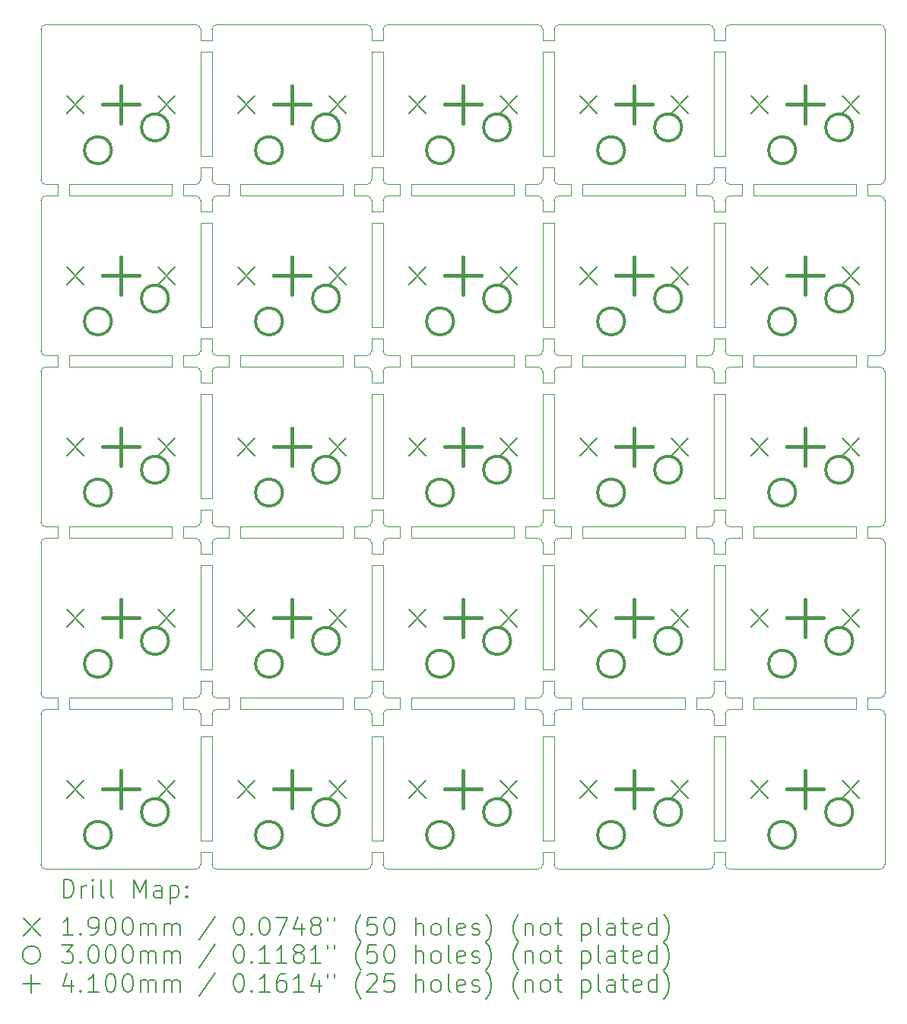
<source format=gbr>
%FSLAX45Y45*%
G04 Gerber Fmt 4.5, Leading zero omitted, Abs format (unit mm)*
G04 Created by KiCad (PCBNEW (6.0.0-0)) date 2022-01-01 10:49:53*
%MOMM*%
%LPD*%
G01*
G04 APERTURE LIST*
%TA.AperFunction,Profile*%
%ADD10C,0.100000*%
%TD*%
%ADD11C,0.200000*%
%ADD12C,0.190000*%
%ADD13C,0.300000*%
%ADD14C,0.410000*%
G04 APERTURE END LIST*
D10*
X5156200Y-11963400D02*
G75*
G03*
X5207000Y-12014200I50800J0D01*
G01*
X10553700Y-10109200D02*
X10693400Y-10109200D01*
X12331700Y-10236200D02*
X11188700Y-10236200D01*
X14236700Y-6426200D02*
X13093700Y-6426200D01*
X7112000Y-8331200D02*
G75*
G03*
X7061200Y-8382000I0J-50800D01*
G01*
X14503400Y-4521200D02*
X14363700Y-4521200D01*
X14554200Y-4572000D02*
G75*
G03*
X14503400Y-4521200I-50800J0D01*
G01*
X6934200Y-4572000D02*
G75*
G03*
X6883400Y-4521200I-50800J0D01*
G01*
X5473700Y-6426200D02*
X5473700Y-6299200D01*
X10744200Y-6604000D02*
X10871200Y-6604000D01*
X12649200Y-4826000D02*
X12776200Y-4826000D01*
X12776200Y-11823700D02*
X12776200Y-11963400D01*
X5473700Y-10236200D02*
X5473700Y-10109200D01*
X9017000Y-8204200D02*
X9156700Y-8204200D01*
X12649200Y-10541000D02*
X12776200Y-10541000D01*
X6934200Y-4076700D02*
X6934200Y-2921000D01*
X10426700Y-10236200D02*
X9283700Y-10236200D01*
X12598400Y-8331200D02*
X12458700Y-8331200D01*
X10693400Y-12014200D02*
G75*
G03*
X10744200Y-11963400I0J50800D01*
G01*
X12649200Y-10414000D02*
X12649200Y-10287000D01*
X10922000Y-8204200D02*
X11061700Y-8204200D01*
X14363700Y-8204200D02*
X14363700Y-8331200D01*
X7061200Y-8382000D02*
X7061200Y-8509000D01*
X11061700Y-6299200D02*
X11061700Y-6426200D01*
X12649200Y-4343400D02*
X12649200Y-4203700D01*
X8966200Y-9918700D02*
X8966200Y-10058400D01*
X14554200Y-6248400D02*
X14554200Y-4572000D01*
X6934200Y-4699000D02*
X6934200Y-4572000D01*
X10744200Y-6248400D02*
X10744200Y-6108700D01*
X10744200Y-2794000D02*
X10744200Y-2667000D01*
X12458700Y-4394200D02*
X12458700Y-4521200D01*
X8839200Y-6108700D02*
X8966200Y-6108700D01*
X12649200Y-10287000D02*
G75*
G03*
X12598400Y-10236200I-50800J0D01*
G01*
X5156200Y-2667000D02*
X5156200Y-4343400D01*
X7061200Y-6108700D02*
X7061200Y-6248400D01*
X12827000Y-4521200D02*
G75*
G03*
X12776200Y-4572000I0J-50800D01*
G01*
X8966200Y-2667000D02*
X8966200Y-2794000D01*
X8839200Y-8153400D02*
X8839200Y-8013700D01*
X10744200Y-7886700D02*
X10744200Y-6731000D01*
X6616700Y-8331200D02*
X5473700Y-8331200D01*
X8521700Y-6426200D02*
X7378700Y-6426200D01*
X9017000Y-4394200D02*
X9156700Y-4394200D01*
X12776200Y-4572000D02*
X12776200Y-4699000D01*
X12649200Y-8013700D02*
X12776200Y-8013700D01*
X9156700Y-6299200D02*
X9156700Y-6426200D01*
X12598400Y-6426200D02*
X12458700Y-6426200D01*
X10744200Y-4826000D02*
X10871200Y-4826000D01*
X10744200Y-4699000D02*
X10744200Y-4572000D01*
X11188700Y-8204200D02*
X12331700Y-8204200D01*
X9283700Y-10109200D02*
X10426700Y-10109200D01*
X14503400Y-8331200D02*
X14363700Y-8331200D01*
X8648700Y-8204200D02*
X8648700Y-8331200D01*
X8966200Y-6248400D02*
G75*
G03*
X9017000Y-6299200I50800J0D01*
G01*
X10871200Y-8153400D02*
G75*
G03*
X10922000Y-8204200I50800J0D01*
G01*
X10744200Y-4343400D02*
X10744200Y-4203700D01*
X12649200Y-2921000D02*
X12776200Y-2921000D01*
X10744200Y-9918700D02*
X10871200Y-9918700D01*
X5473700Y-4521200D02*
X5473700Y-4394200D01*
X5207000Y-10236200D02*
G75*
G03*
X5156200Y-10287000I0J-50800D01*
G01*
X11188700Y-4521200D02*
X11188700Y-4394200D01*
X8648700Y-6299200D02*
X8788400Y-6299200D01*
X12649200Y-2667000D02*
G75*
G03*
X12598400Y-2616200I-50800J0D01*
G01*
X6743700Y-8204200D02*
X6883400Y-8204200D01*
X12649200Y-8636000D02*
X12776200Y-8636000D01*
X10744200Y-10414000D02*
X10744200Y-10287000D01*
X11188700Y-6299200D02*
X12331700Y-6299200D01*
X7112000Y-12014200D02*
X8788400Y-12014200D01*
X6883400Y-10236200D02*
X6743700Y-10236200D01*
X5156200Y-6477000D02*
X5156200Y-8153400D01*
X10871200Y-2921000D02*
X10871200Y-4076700D01*
X10744200Y-2667000D02*
G75*
G03*
X10693400Y-2616200I-50800J0D01*
G01*
X12649200Y-4572000D02*
G75*
G03*
X12598400Y-4521200I-50800J0D01*
G01*
X10871200Y-11823700D02*
X10871200Y-11963400D01*
X6934200Y-6604000D02*
X7061200Y-6604000D01*
X5473700Y-6299200D02*
X6616700Y-6299200D01*
X9017000Y-8331200D02*
G75*
G03*
X8966200Y-8382000I0J-50800D01*
G01*
X10922000Y-4394200D02*
X11061700Y-4394200D01*
X6934200Y-6604000D02*
X6934200Y-6477000D01*
X14503400Y-10109200D02*
G75*
G03*
X14554200Y-10058400I0J50800D01*
G01*
X7061200Y-4203700D02*
X7061200Y-4343400D01*
X8839200Y-11823700D02*
X8966200Y-11823700D01*
X6934200Y-5981700D02*
X7061200Y-5981700D01*
X8648700Y-6299200D02*
X8648700Y-6426200D01*
X8788400Y-4394200D02*
G75*
G03*
X8839200Y-4343400I0J50800D01*
G01*
X10871200Y-10287000D02*
X10871200Y-10414000D01*
X12649200Y-9791700D02*
X12649200Y-8636000D01*
X8788400Y-12014200D02*
G75*
G03*
X8839200Y-11963400I0J50800D01*
G01*
X12458700Y-8204200D02*
X12598400Y-8204200D01*
X8839200Y-4076700D02*
X8966200Y-4076700D01*
X10871200Y-2667000D02*
X10871200Y-2794000D01*
X8839200Y-4699000D02*
X8839200Y-4572000D01*
X12966700Y-8331200D02*
X12827000Y-8331200D01*
X6743700Y-10109200D02*
X6883400Y-10109200D01*
X8839200Y-2667000D02*
G75*
G03*
X8788400Y-2616200I-50800J0D01*
G01*
X6616700Y-6426200D02*
X5473700Y-6426200D01*
X8839200Y-8509000D02*
X8966200Y-8509000D01*
X7378700Y-8204200D02*
X8521700Y-8204200D01*
X8966200Y-2921000D02*
X8966200Y-4076700D01*
X9283700Y-4394200D02*
X10426700Y-4394200D01*
X12827000Y-2616200D02*
G75*
G03*
X12776200Y-2667000I0J-50800D01*
G01*
X9283700Y-6426200D02*
X9283700Y-6299200D01*
X12827000Y-6426200D02*
G75*
G03*
X12776200Y-6477000I0J-50800D01*
G01*
X13093700Y-6426200D02*
X13093700Y-6299200D01*
X10871200Y-9918700D02*
X10871200Y-10058400D01*
X5473700Y-8204200D02*
X6616700Y-8204200D01*
X8839200Y-5981700D02*
X8839200Y-4826000D01*
X12649200Y-11696700D02*
X12649200Y-10541000D01*
X12776200Y-10058400D02*
G75*
G03*
X12827000Y-10109200I50800J0D01*
G01*
X14503400Y-10236200D02*
X14363700Y-10236200D01*
X7061200Y-4572000D02*
X7061200Y-4699000D01*
X13093700Y-4521200D02*
X13093700Y-4394200D01*
X12649200Y-2794000D02*
X12776200Y-2794000D01*
X6934200Y-4826000D02*
X7061200Y-4826000D01*
X8839200Y-4203700D02*
X8966200Y-4203700D01*
X6883400Y-6299200D02*
G75*
G03*
X6934200Y-6248400I0J50800D01*
G01*
X9017000Y-10236200D02*
G75*
G03*
X8966200Y-10287000I0J-50800D01*
G01*
X7061200Y-4343400D02*
G75*
G03*
X7112000Y-4394200I50800J0D01*
G01*
X8839200Y-10287000D02*
G75*
G03*
X8788400Y-10236200I-50800J0D01*
G01*
X8966200Y-6731000D02*
X8966200Y-7886700D01*
X8966200Y-8382000D02*
X8966200Y-8509000D01*
X6934200Y-10414000D02*
X7061200Y-10414000D01*
X12776200Y-8153400D02*
G75*
G03*
X12827000Y-8204200I50800J0D01*
G01*
X12598400Y-4394200D02*
G75*
G03*
X12649200Y-4343400I0J50800D01*
G01*
X10871200Y-6731000D02*
X10871200Y-7886700D01*
X11061700Y-10109200D02*
X11061700Y-10236200D01*
X6616700Y-4521200D02*
X5473700Y-4521200D01*
X12649200Y-6731000D02*
X12776200Y-6731000D01*
X13093700Y-8204200D02*
X14236700Y-8204200D01*
X8839200Y-8382000D02*
G75*
G03*
X8788400Y-8331200I-50800J0D01*
G01*
X12649200Y-10414000D02*
X12776200Y-10414000D01*
X6934200Y-4343400D02*
X6934200Y-4203700D01*
X7061200Y-6731000D02*
X7061200Y-7886700D01*
X10744200Y-11963400D02*
X10744200Y-11823700D01*
X10871200Y-4826000D02*
X10871200Y-5981700D01*
X7061200Y-11963400D02*
G75*
G03*
X7112000Y-12014200I50800J0D01*
G01*
X10553700Y-8204200D02*
X10693400Y-8204200D01*
X7251700Y-8331200D02*
X7112000Y-8331200D01*
X10744200Y-2921000D02*
X10871200Y-2921000D01*
X10426700Y-8331200D02*
X9283700Y-8331200D01*
X8966200Y-10541000D02*
X8966200Y-11696700D01*
X6883400Y-10109200D02*
G75*
G03*
X6934200Y-10058400I0J50800D01*
G01*
X9156700Y-8204200D02*
X9156700Y-8331200D01*
X8839200Y-6604000D02*
X8966200Y-6604000D01*
X6934200Y-8636000D02*
X7061200Y-8636000D01*
X14554200Y-10287000D02*
G75*
G03*
X14503400Y-10236200I-50800J0D01*
G01*
X10871200Y-8013700D02*
X10871200Y-8153400D01*
X14503400Y-8204200D02*
G75*
G03*
X14554200Y-8153400I0J50800D01*
G01*
X10871200Y-10541000D02*
X10871200Y-11696700D01*
X14236700Y-6426200D02*
X14236700Y-6299200D01*
X6934200Y-6731000D02*
X7061200Y-6731000D01*
X6934200Y-7886700D02*
X7061200Y-7886700D01*
X12649200Y-8509000D02*
X12776200Y-8509000D01*
X14236700Y-10236200D02*
X14236700Y-10109200D01*
X6883400Y-8204200D02*
G75*
G03*
X6934200Y-8153400I0J50800D01*
G01*
X10744200Y-10287000D02*
G75*
G03*
X10693400Y-10236200I-50800J0D01*
G01*
X12649200Y-11823700D02*
X12776200Y-11823700D01*
X8839200Y-11696700D02*
X8839200Y-10541000D01*
X10744200Y-10414000D02*
X10871200Y-10414000D01*
X12649200Y-6604000D02*
X12776200Y-6604000D01*
X9156700Y-10109200D02*
X9156700Y-10236200D01*
X14554200Y-8382000D02*
G75*
G03*
X14503400Y-8331200I-50800J0D01*
G01*
X10871200Y-10058400D02*
G75*
G03*
X10922000Y-10109200I50800J0D01*
G01*
X9283700Y-10236200D02*
X9283700Y-10109200D01*
X6883400Y-8331200D02*
X6743700Y-8331200D01*
X5156200Y-4572000D02*
X5156200Y-6248400D01*
X10744200Y-7886700D02*
X10871200Y-7886700D01*
X7251700Y-10109200D02*
X7251700Y-10236200D01*
X5473700Y-8331200D02*
X5473700Y-8204200D01*
X6883400Y-4521200D02*
X6743700Y-4521200D01*
X8648700Y-10109200D02*
X8648700Y-10236200D01*
X5156200Y-6248400D02*
G75*
G03*
X5207000Y-6299200I50800J0D01*
G01*
X6883400Y-2616200D02*
X5207000Y-2616200D01*
X5346700Y-4394200D02*
X5346700Y-4521200D01*
X12598400Y-6299200D02*
G75*
G03*
X12649200Y-6248400I0J50800D01*
G01*
X12649200Y-9791700D02*
X12776200Y-9791700D01*
X10744200Y-6604000D02*
X10744200Y-6477000D01*
X14363700Y-4394200D02*
X14363700Y-4521200D01*
X7112000Y-10236200D02*
G75*
G03*
X7061200Y-10287000I0J-50800D01*
G01*
X12966700Y-6299200D02*
X12966700Y-6426200D01*
X12649200Y-4203700D02*
X12776200Y-4203700D01*
X7112000Y-2616200D02*
G75*
G03*
X7061200Y-2667000I0J-50800D01*
G01*
X7061200Y-6477000D02*
X7061200Y-6604000D01*
X10744200Y-6477000D02*
G75*
G03*
X10693400Y-6426200I-50800J0D01*
G01*
X6934200Y-8509000D02*
X7061200Y-8509000D01*
X10744200Y-10541000D02*
X10871200Y-10541000D01*
X12598400Y-8204200D02*
G75*
G03*
X12649200Y-8153400I0J50800D01*
G01*
X8966200Y-11963400D02*
G75*
G03*
X9017000Y-12014200I50800J0D01*
G01*
X10693400Y-8331200D02*
X10553700Y-8331200D01*
X11061700Y-6426200D02*
X10922000Y-6426200D01*
X14363700Y-6299200D02*
X14363700Y-6426200D01*
X12458700Y-6299200D02*
X12458700Y-6426200D01*
X12458700Y-4394200D02*
X12598400Y-4394200D01*
X10744200Y-8509000D02*
X10871200Y-8509000D01*
X10922000Y-4521200D02*
G75*
G03*
X10871200Y-4572000I0J-50800D01*
G01*
X6934200Y-11963400D02*
X6934200Y-11823700D01*
X6934200Y-5981700D02*
X6934200Y-4826000D01*
X11061700Y-4394200D02*
X11061700Y-4521200D01*
X12649200Y-11963400D02*
X12649200Y-11823700D01*
X7061200Y-2667000D02*
X7061200Y-2794000D01*
X5346700Y-8204200D02*
X5346700Y-8331200D01*
X7251700Y-10236200D02*
X7112000Y-10236200D01*
X10553700Y-4394200D02*
X10693400Y-4394200D01*
X7061200Y-4826000D02*
X7061200Y-5981700D01*
X8966200Y-8013700D02*
X8966200Y-8153400D01*
X7251700Y-4521200D02*
X7112000Y-4521200D01*
X12458700Y-6299200D02*
X12598400Y-6299200D01*
X12649200Y-8382000D02*
G75*
G03*
X12598400Y-8331200I-50800J0D01*
G01*
X10744200Y-8636000D02*
X10871200Y-8636000D01*
X6883400Y-4394200D02*
G75*
G03*
X6934200Y-4343400I0J50800D01*
G01*
X5346700Y-4521200D02*
X5207000Y-4521200D01*
X10744200Y-6731000D02*
X10871200Y-6731000D01*
X8839200Y-9918700D02*
X8966200Y-9918700D01*
X8839200Y-4572000D02*
G75*
G03*
X8788400Y-4521200I-50800J0D01*
G01*
X10922000Y-2616200D02*
G75*
G03*
X10871200Y-2667000I0J-50800D01*
G01*
X7378700Y-6426200D02*
X7378700Y-6299200D01*
X12776200Y-8013700D02*
X12776200Y-8153400D01*
X6934200Y-10058400D02*
X6934200Y-9918700D01*
X7378700Y-4394200D02*
X8521700Y-4394200D01*
X8966200Y-10287000D02*
X8966200Y-10414000D01*
X8839200Y-4343400D02*
X8839200Y-4203700D01*
X12649200Y-8153400D02*
X12649200Y-8013700D01*
X9283700Y-8331200D02*
X9283700Y-8204200D01*
X7061200Y-10058400D02*
G75*
G03*
X7112000Y-10109200I50800J0D01*
G01*
X10744200Y-4203700D02*
X10871200Y-4203700D01*
X10693400Y-2616200D02*
X9017000Y-2616200D01*
X8788400Y-8331200D02*
X8648700Y-8331200D01*
X5207000Y-10109200D02*
X5346700Y-10109200D01*
X7112000Y-6299200D02*
X7251700Y-6299200D01*
X9017000Y-4521200D02*
G75*
G03*
X8966200Y-4572000I0J-50800D01*
G01*
X10553700Y-4394200D02*
X10553700Y-4521200D01*
X6934200Y-2794000D02*
X6934200Y-2667000D01*
X12649200Y-7886700D02*
X12776200Y-7886700D01*
X8839200Y-6477000D02*
G75*
G03*
X8788400Y-6426200I-50800J0D01*
G01*
X6934200Y-4203700D02*
X7061200Y-4203700D01*
X13093700Y-8331200D02*
X13093700Y-8204200D01*
X8648700Y-4394200D02*
X8788400Y-4394200D01*
X6743700Y-6299200D02*
X6883400Y-6299200D01*
X14503400Y-12014200D02*
G75*
G03*
X14554200Y-11963400I0J50800D01*
G01*
X12776200Y-6731000D02*
X12776200Y-7886700D01*
X14363700Y-10109200D02*
X14363700Y-10236200D01*
X7061200Y-6248400D02*
G75*
G03*
X7112000Y-6299200I50800J0D01*
G01*
X12776200Y-10287000D02*
X12776200Y-10414000D01*
X7061200Y-8636000D02*
X7061200Y-9791700D01*
X10744200Y-11823700D02*
X10871200Y-11823700D01*
X12827000Y-6299200D02*
X12966700Y-6299200D01*
X12331700Y-8331200D02*
X11188700Y-8331200D01*
X14503400Y-6426200D02*
X14363700Y-6426200D01*
X8788400Y-4521200D02*
X8648700Y-4521200D01*
X14554200Y-8153400D02*
X14554200Y-6477000D01*
X12966700Y-10236200D02*
X12827000Y-10236200D01*
X10871200Y-8636000D02*
X10871200Y-9791700D01*
X6743700Y-4394200D02*
X6883400Y-4394200D01*
X12598400Y-2616200D02*
X10922000Y-2616200D01*
X12649200Y-7886700D02*
X12649200Y-6731000D01*
X10693400Y-4521200D02*
X10553700Y-4521200D01*
X14503400Y-6299200D02*
G75*
G03*
X14554200Y-6248400I0J50800D01*
G01*
X12649200Y-11696700D02*
X12776200Y-11696700D01*
X12649200Y-4076700D02*
X12649200Y-2921000D01*
X7378700Y-4521200D02*
X7378700Y-4394200D01*
X11188700Y-8331200D02*
X11188700Y-8204200D01*
X5207000Y-6426200D02*
G75*
G03*
X5156200Y-6477000I0J-50800D01*
G01*
X5346700Y-10236200D02*
X5207000Y-10236200D01*
X12598400Y-4521200D02*
X12458700Y-4521200D01*
X10744200Y-11696700D02*
X10871200Y-11696700D01*
X10744200Y-9791700D02*
X10871200Y-9791700D01*
X6934200Y-6108700D02*
X7061200Y-6108700D01*
X8648700Y-4394200D02*
X8648700Y-4521200D01*
X10744200Y-4572000D02*
G75*
G03*
X10693400Y-4521200I-50800J0D01*
G01*
X10693400Y-8204200D02*
G75*
G03*
X10744200Y-8153400I0J50800D01*
G01*
X6883400Y-6426200D02*
X6743700Y-6426200D01*
X8788400Y-6299200D02*
G75*
G03*
X8839200Y-6248400I0J50800D01*
G01*
X6934200Y-8013700D02*
X7061200Y-8013700D01*
X6934200Y-4076700D02*
X7061200Y-4076700D01*
X8966200Y-4572000D02*
X8966200Y-4699000D01*
X14236700Y-10236200D02*
X13093700Y-10236200D01*
X8839200Y-11696700D02*
X8966200Y-11696700D01*
X5346700Y-10109200D02*
X5346700Y-10236200D01*
X12649200Y-4076700D02*
X12776200Y-4076700D01*
X8839200Y-10414000D02*
X8966200Y-10414000D01*
X6934200Y-7886700D02*
X6934200Y-6731000D01*
X7061200Y-10287000D02*
X7061200Y-10414000D01*
X7378700Y-6299200D02*
X8521700Y-6299200D01*
X5156200Y-4343400D02*
G75*
G03*
X5207000Y-4394200I50800J0D01*
G01*
X8839200Y-7886700D02*
X8839200Y-6731000D01*
X8966200Y-6108700D02*
X8966200Y-6248400D01*
X6934200Y-2794000D02*
X7061200Y-2794000D01*
X5346700Y-6426200D02*
X5207000Y-6426200D01*
X6934200Y-9791700D02*
X7061200Y-9791700D01*
X14236700Y-4521200D02*
X13093700Y-4521200D01*
X5156200Y-8153400D02*
G75*
G03*
X5207000Y-8204200I50800J0D01*
G01*
X9156700Y-4394200D02*
X9156700Y-4521200D01*
X12966700Y-6426200D02*
X12827000Y-6426200D01*
X8839200Y-2921000D02*
X8966200Y-2921000D01*
X12966700Y-4394200D02*
X12966700Y-4521200D01*
X10426700Y-8331200D02*
X10426700Y-8204200D01*
X10693400Y-10236200D02*
X10553700Y-10236200D01*
X7378700Y-10236200D02*
X7378700Y-10109200D01*
X12649200Y-6248400D02*
X12649200Y-6108700D01*
X8788400Y-6426200D02*
X8648700Y-6426200D01*
X10922000Y-10236200D02*
G75*
G03*
X10871200Y-10287000I0J-50800D01*
G01*
X12331700Y-4521200D02*
X11188700Y-4521200D01*
X9283700Y-6299200D02*
X10426700Y-6299200D01*
X7061200Y-2921000D02*
X7061200Y-4076700D01*
X12776200Y-9918700D02*
X12776200Y-10058400D01*
X6616700Y-8331200D02*
X6616700Y-8204200D01*
X9017000Y-6299200D02*
X9156700Y-6299200D01*
X13093700Y-10236200D02*
X13093700Y-10109200D01*
X7061200Y-8153400D02*
G75*
G03*
X7112000Y-8204200I50800J0D01*
G01*
X8839200Y-10058400D02*
X8839200Y-9918700D01*
X10871200Y-6108700D02*
X10871200Y-6248400D01*
X12776200Y-11963400D02*
G75*
G03*
X12827000Y-12014200I50800J0D01*
G01*
X12827000Y-8331200D02*
G75*
G03*
X12776200Y-8382000I0J-50800D01*
G01*
X8839200Y-2794000D02*
X8839200Y-2667000D01*
X9017000Y-10109200D02*
X9156700Y-10109200D01*
X8839200Y-6604000D02*
X8839200Y-6477000D01*
X12966700Y-10109200D02*
X12966700Y-10236200D01*
X10693400Y-6426200D02*
X10553700Y-6426200D01*
X12776200Y-4826000D02*
X12776200Y-5981700D01*
X11188700Y-10109200D02*
X12331700Y-10109200D01*
X10744200Y-8153400D02*
X10744200Y-8013700D01*
X8966200Y-6477000D02*
X8966200Y-6604000D01*
X14503400Y-2616200D02*
X12827000Y-2616200D01*
X7112000Y-10109200D02*
X7251700Y-10109200D01*
X6616700Y-4521200D02*
X6616700Y-4394200D01*
X5207000Y-8204200D02*
X5346700Y-8204200D01*
X6934200Y-8153400D02*
X6934200Y-8013700D01*
X8839200Y-9791700D02*
X8839200Y-8636000D01*
X8521700Y-8331200D02*
X8521700Y-8204200D01*
X5207000Y-8331200D02*
G75*
G03*
X5156200Y-8382000I0J-50800D01*
G01*
X12649200Y-6477000D02*
G75*
G03*
X12598400Y-6426200I-50800J0D01*
G01*
X11061700Y-8331200D02*
X10922000Y-8331200D01*
X6934200Y-10287000D02*
G75*
G03*
X6883400Y-10236200I-50800J0D01*
G01*
X14554200Y-6477000D02*
G75*
G03*
X14503400Y-6426200I-50800J0D01*
G01*
X12331700Y-8331200D02*
X12331700Y-8204200D01*
X10871200Y-4572000D02*
X10871200Y-4699000D01*
X8788400Y-8204200D02*
G75*
G03*
X8839200Y-8153400I0J50800D01*
G01*
X7061200Y-10541000D02*
X7061200Y-11696700D01*
X10744200Y-8382000D02*
G75*
G03*
X10693400Y-8331200I-50800J0D01*
G01*
X12827000Y-12014200D02*
X14503400Y-12014200D01*
X11061700Y-8204200D02*
X11061700Y-8331200D01*
X7251700Y-8204200D02*
X7251700Y-8331200D01*
X7112000Y-4394200D02*
X7251700Y-4394200D01*
X10871200Y-4343400D02*
G75*
G03*
X10922000Y-4394200I50800J0D01*
G01*
X8966200Y-4826000D02*
X8966200Y-5981700D01*
X12827000Y-8204200D02*
X12966700Y-8204200D01*
X10744200Y-11696700D02*
X10744200Y-10541000D01*
X10744200Y-10058400D02*
X10744200Y-9918700D01*
X7251700Y-4394200D02*
X7251700Y-4521200D01*
X12776200Y-2667000D02*
X12776200Y-2794000D01*
X6616700Y-10236200D02*
X6616700Y-10109200D01*
X9283700Y-8204200D02*
X10426700Y-8204200D01*
X8966200Y-10058400D02*
G75*
G03*
X9017000Y-10109200I50800J0D01*
G01*
X10922000Y-6426200D02*
G75*
G03*
X10871200Y-6477000I0J-50800D01*
G01*
X11061700Y-4521200D02*
X10922000Y-4521200D01*
X8839200Y-4699000D02*
X8966200Y-4699000D01*
X8839200Y-5981700D02*
X8966200Y-5981700D01*
X12649200Y-4699000D02*
X12776200Y-4699000D01*
X8521700Y-4521200D02*
X8521700Y-4394200D01*
X8839200Y-4076700D02*
X8839200Y-2921000D01*
X12649200Y-4699000D02*
X12649200Y-4572000D01*
X10871200Y-6248400D02*
G75*
G03*
X10922000Y-6299200I50800J0D01*
G01*
X9156700Y-8331200D02*
X9017000Y-8331200D01*
X10426700Y-10236200D02*
X10426700Y-10109200D01*
X5207000Y-4521200D02*
G75*
G03*
X5156200Y-4572000I0J-50800D01*
G01*
X5473700Y-10109200D02*
X6616700Y-10109200D01*
X8839200Y-8013700D02*
X8966200Y-8013700D01*
X10744200Y-4076700D02*
X10744200Y-2921000D01*
X10426700Y-6426200D02*
X10426700Y-6299200D01*
X10744200Y-9791700D02*
X10744200Y-8636000D01*
X12649200Y-8509000D02*
X12649200Y-8382000D01*
X14363700Y-10109200D02*
X14503400Y-10109200D01*
X12776200Y-10541000D02*
X12776200Y-11696700D01*
X10426700Y-4521200D02*
X10426700Y-4394200D01*
X5207000Y-4394200D02*
X5346700Y-4394200D01*
X12649200Y-5981700D02*
X12649200Y-4826000D01*
X6743700Y-10109200D02*
X6743700Y-10236200D01*
X6934200Y-6248400D02*
X6934200Y-6108700D01*
X6934200Y-2667000D02*
G75*
G03*
X6883400Y-2616200I-50800J0D01*
G01*
X8839200Y-7886700D02*
X8966200Y-7886700D01*
X5156200Y-10287000D02*
X5156200Y-11963400D01*
X12649200Y-6604000D02*
X12649200Y-6477000D01*
X8839200Y-10541000D02*
X8966200Y-10541000D01*
X12331700Y-10236200D02*
X12331700Y-10109200D01*
X7061200Y-11823700D02*
X7061200Y-11963400D01*
X9156700Y-6426200D02*
X9017000Y-6426200D01*
X11188700Y-10236200D02*
X11188700Y-10109200D01*
X10871200Y-8382000D02*
X10871200Y-8509000D01*
X10693400Y-10109200D02*
G75*
G03*
X10744200Y-10058400I0J50800D01*
G01*
X12776200Y-4343400D02*
G75*
G03*
X12827000Y-4394200I50800J0D01*
G01*
X8839200Y-11963400D02*
X8839200Y-11823700D01*
X9017000Y-2616200D02*
G75*
G03*
X8966200Y-2667000I0J-50800D01*
G01*
X12649200Y-2794000D02*
X12649200Y-2667000D01*
X5156200Y-8382000D02*
X5156200Y-10058400D01*
X10553700Y-6299200D02*
X10553700Y-6426200D01*
X10553700Y-8204200D02*
X10553700Y-8331200D01*
X12776200Y-8382000D02*
X12776200Y-8509000D01*
X14554200Y-2667000D02*
G75*
G03*
X14503400Y-2616200I-50800J0D01*
G01*
X12827000Y-4394200D02*
X12966700Y-4394200D01*
X12331700Y-6426200D02*
X12331700Y-6299200D01*
X10744200Y-6108700D02*
X10871200Y-6108700D01*
X8839200Y-6731000D02*
X8966200Y-6731000D01*
X12649200Y-9918700D02*
X12776200Y-9918700D01*
X12776200Y-8636000D02*
X12776200Y-9791700D01*
X12966700Y-4521200D02*
X12827000Y-4521200D01*
X7112000Y-4521200D02*
G75*
G03*
X7061200Y-4572000I0J-50800D01*
G01*
X8521700Y-10236200D02*
X8521700Y-10109200D01*
X10922000Y-12014200D02*
X12598400Y-12014200D01*
X12598400Y-10236200D02*
X12458700Y-10236200D01*
X11188700Y-6426200D02*
X11188700Y-6299200D01*
X5346700Y-8331200D02*
X5207000Y-8331200D01*
X8839200Y-8636000D02*
X8966200Y-8636000D01*
X12776200Y-4203700D02*
X12776200Y-4343400D01*
X8521700Y-10236200D02*
X7378700Y-10236200D01*
X12966700Y-8204200D02*
X12966700Y-8331200D01*
X12598400Y-12014200D02*
G75*
G03*
X12649200Y-11963400I0J50800D01*
G01*
X8788400Y-10236200D02*
X8648700Y-10236200D01*
X8966200Y-4203700D02*
X8966200Y-4343400D01*
X7061200Y-8013700D02*
X7061200Y-8153400D01*
X6934200Y-10541000D02*
X7061200Y-10541000D01*
X8648700Y-10109200D02*
X8788400Y-10109200D01*
X6934200Y-8509000D02*
X6934200Y-8382000D01*
X10922000Y-8331200D02*
G75*
G03*
X10871200Y-8382000I0J-50800D01*
G01*
X10744200Y-5981700D02*
X10871200Y-5981700D01*
X8966200Y-8636000D02*
X8966200Y-9791700D01*
X13093700Y-4394200D02*
X14236700Y-4394200D01*
X10693400Y-4394200D02*
G75*
G03*
X10744200Y-4343400I0J50800D01*
G01*
X11061700Y-10236200D02*
X10922000Y-10236200D01*
X10426700Y-4521200D02*
X9283700Y-4521200D01*
X7112000Y-8204200D02*
X7251700Y-8204200D01*
X8966200Y-11823700D02*
X8966200Y-11963400D01*
X7112000Y-6426200D02*
G75*
G03*
X7061200Y-6477000I0J-50800D01*
G01*
X6743700Y-8204200D02*
X6743700Y-8331200D01*
X8521700Y-6426200D02*
X8521700Y-6299200D01*
X5346700Y-6299200D02*
X5346700Y-6426200D01*
X12776200Y-6477000D02*
X12776200Y-6604000D01*
X7378700Y-10109200D02*
X8521700Y-10109200D01*
X8839200Y-4826000D02*
X8966200Y-4826000D01*
X8788400Y-2616200D02*
X7112000Y-2616200D01*
X12649200Y-10058400D02*
X12649200Y-9918700D01*
X12776200Y-6248400D02*
G75*
G03*
X12827000Y-6299200I50800J0D01*
G01*
X12649200Y-6108700D02*
X12776200Y-6108700D01*
X14554200Y-11963400D02*
X14554200Y-10287000D01*
X12458700Y-10109200D02*
X12458700Y-10236200D01*
X14554200Y-10058400D02*
X14554200Y-8382000D01*
X5156200Y-10058400D02*
G75*
G03*
X5207000Y-10109200I50800J0D01*
G01*
X14363700Y-4394200D02*
X14503400Y-4394200D01*
X7061200Y-9918700D02*
X7061200Y-10058400D01*
X6743700Y-4394200D02*
X6743700Y-4521200D01*
X10744200Y-8013700D02*
X10871200Y-8013700D01*
X8966200Y-4343400D02*
G75*
G03*
X9017000Y-4394200I50800J0D01*
G01*
X6934200Y-8382000D02*
G75*
G03*
X6883400Y-8331200I-50800J0D01*
G01*
X9283700Y-4521200D02*
X9283700Y-4394200D01*
X14236700Y-8331200D02*
X13093700Y-8331200D01*
X10426700Y-6426200D02*
X9283700Y-6426200D01*
X10744200Y-4076700D02*
X10871200Y-4076700D01*
X6934200Y-10414000D02*
X6934200Y-10287000D01*
X14503400Y-4394200D02*
G75*
G03*
X14554200Y-4343400I0J50800D01*
G01*
X12458700Y-10109200D02*
X12598400Y-10109200D01*
X5207000Y-2616200D02*
G75*
G03*
X5156200Y-2667000I0J-50800D01*
G01*
X12649200Y-5981700D02*
X12776200Y-5981700D01*
X5207000Y-6299200D02*
X5346700Y-6299200D01*
X8839200Y-10414000D02*
X8839200Y-10287000D01*
X14236700Y-8331200D02*
X14236700Y-8204200D01*
X13093700Y-10109200D02*
X14236700Y-10109200D01*
X9017000Y-12014200D02*
X10693400Y-12014200D01*
X10744200Y-4699000D02*
X10871200Y-4699000D01*
X6934200Y-11823700D02*
X7061200Y-11823700D01*
X8648700Y-8204200D02*
X8788400Y-8204200D01*
X13093700Y-6299200D02*
X14236700Y-6299200D01*
X10693400Y-6299200D02*
G75*
G03*
X10744200Y-6248400I0J50800D01*
G01*
X6934200Y-9918700D02*
X7061200Y-9918700D01*
X8839200Y-2794000D02*
X8966200Y-2794000D01*
X5207000Y-12014200D02*
X6883400Y-12014200D01*
X9017000Y-6426200D02*
G75*
G03*
X8966200Y-6477000I0J-50800D01*
G01*
X12331700Y-6426200D02*
X11188700Y-6426200D01*
X6743700Y-6299200D02*
X6743700Y-6426200D01*
X7251700Y-6299200D02*
X7251700Y-6426200D01*
X10871200Y-11963400D02*
G75*
G03*
X10922000Y-12014200I50800J0D01*
G01*
X14236700Y-4521200D02*
X14236700Y-4394200D01*
X6616700Y-6426200D02*
X6616700Y-6299200D01*
X9156700Y-4521200D02*
X9017000Y-4521200D01*
X10922000Y-10109200D02*
X11061700Y-10109200D01*
X12331700Y-4521200D02*
X12331700Y-4394200D01*
X9156700Y-10236200D02*
X9017000Y-10236200D01*
X11188700Y-4394200D02*
X12331700Y-4394200D01*
X6934200Y-11696700D02*
X6934200Y-10541000D01*
X8839200Y-8509000D02*
X8839200Y-8382000D01*
X7378700Y-8331200D02*
X7378700Y-8204200D01*
X5473700Y-4394200D02*
X6616700Y-4394200D01*
X10744200Y-2794000D02*
X10871200Y-2794000D01*
X7251700Y-6426200D02*
X7112000Y-6426200D01*
X10871200Y-4203700D02*
X10871200Y-4343400D01*
X10553700Y-10109200D02*
X10553700Y-10236200D01*
X12598400Y-10109200D02*
G75*
G03*
X12649200Y-10058400I0J50800D01*
G01*
X10553700Y-6299200D02*
X10693400Y-6299200D01*
X14554200Y-4343400D02*
X14554200Y-2667000D01*
X8839200Y-6248400D02*
X8839200Y-6108700D01*
X6934200Y-4699000D02*
X7061200Y-4699000D01*
X6883400Y-12014200D02*
G75*
G03*
X6934200Y-11963400I0J50800D01*
G01*
X10744200Y-5981700D02*
X10744200Y-4826000D01*
X10744200Y-8509000D02*
X10744200Y-8382000D01*
X8521700Y-8331200D02*
X7378700Y-8331200D01*
X10922000Y-6299200D02*
X11061700Y-6299200D01*
X14363700Y-8204200D02*
X14503400Y-8204200D01*
X14363700Y-6299200D02*
X14503400Y-6299200D01*
X6934200Y-2921000D02*
X7061200Y-2921000D01*
X8788400Y-10109200D02*
G75*
G03*
X8839200Y-10058400I0J50800D01*
G01*
X10871200Y-6477000D02*
X10871200Y-6604000D01*
X12827000Y-10236200D02*
G75*
G03*
X12776200Y-10287000I0J-50800D01*
G01*
X8839200Y-9791700D02*
X8966200Y-9791700D01*
X12776200Y-6108700D02*
X12776200Y-6248400D01*
X6934200Y-9791700D02*
X6934200Y-8636000D01*
X12827000Y-10109200D02*
X12966700Y-10109200D01*
X6934200Y-6477000D02*
G75*
G03*
X6883400Y-6426200I-50800J0D01*
G01*
X8521700Y-4521200D02*
X7378700Y-4521200D01*
X12458700Y-8204200D02*
X12458700Y-8331200D01*
X6934200Y-11696700D02*
X7061200Y-11696700D01*
X8966200Y-8153400D02*
G75*
G03*
X9017000Y-8204200I50800J0D01*
G01*
X12776200Y-2921000D02*
X12776200Y-4076700D01*
X6616700Y-10236200D02*
X5473700Y-10236200D01*
D11*
D12*
X5442200Y-3410200D02*
X5632200Y-3600200D01*
X5632200Y-3410200D02*
X5442200Y-3600200D01*
X5442200Y-5315200D02*
X5632200Y-5505200D01*
X5632200Y-5315200D02*
X5442200Y-5505200D01*
X5442200Y-7220200D02*
X5632200Y-7410200D01*
X5632200Y-7220200D02*
X5442200Y-7410200D01*
X5442200Y-9125200D02*
X5632200Y-9315200D01*
X5632200Y-9125200D02*
X5442200Y-9315200D01*
X5442200Y-11030200D02*
X5632200Y-11220200D01*
X5632200Y-11030200D02*
X5442200Y-11220200D01*
X6458200Y-3410200D02*
X6648200Y-3600200D01*
X6648200Y-3410200D02*
X6458200Y-3600200D01*
X6458200Y-5315200D02*
X6648200Y-5505200D01*
X6648200Y-5315200D02*
X6458200Y-5505200D01*
X6458200Y-7220200D02*
X6648200Y-7410200D01*
X6648200Y-7220200D02*
X6458200Y-7410200D01*
X6458200Y-9125200D02*
X6648200Y-9315200D01*
X6648200Y-9125200D02*
X6458200Y-9315200D01*
X6458200Y-11030200D02*
X6648200Y-11220200D01*
X6648200Y-11030200D02*
X6458200Y-11220200D01*
X7347200Y-3410200D02*
X7537200Y-3600200D01*
X7537200Y-3410200D02*
X7347200Y-3600200D01*
X7347200Y-5315200D02*
X7537200Y-5505200D01*
X7537200Y-5315200D02*
X7347200Y-5505200D01*
X7347200Y-7220200D02*
X7537200Y-7410200D01*
X7537200Y-7220200D02*
X7347200Y-7410200D01*
X7347200Y-9125200D02*
X7537200Y-9315200D01*
X7537200Y-9125200D02*
X7347200Y-9315200D01*
X7347200Y-11030200D02*
X7537200Y-11220200D01*
X7537200Y-11030200D02*
X7347200Y-11220200D01*
X8363200Y-3410200D02*
X8553200Y-3600200D01*
X8553200Y-3410200D02*
X8363200Y-3600200D01*
X8363200Y-5315200D02*
X8553200Y-5505200D01*
X8553200Y-5315200D02*
X8363200Y-5505200D01*
X8363200Y-7220200D02*
X8553200Y-7410200D01*
X8553200Y-7220200D02*
X8363200Y-7410200D01*
X8363200Y-9125200D02*
X8553200Y-9315200D01*
X8553200Y-9125200D02*
X8363200Y-9315200D01*
X8363200Y-11030200D02*
X8553200Y-11220200D01*
X8553200Y-11030200D02*
X8363200Y-11220200D01*
X9252200Y-3410200D02*
X9442200Y-3600200D01*
X9442200Y-3410200D02*
X9252200Y-3600200D01*
X9252200Y-5315200D02*
X9442200Y-5505200D01*
X9442200Y-5315200D02*
X9252200Y-5505200D01*
X9252200Y-7220200D02*
X9442200Y-7410200D01*
X9442200Y-7220200D02*
X9252200Y-7410200D01*
X9252200Y-9125200D02*
X9442200Y-9315200D01*
X9442200Y-9125200D02*
X9252200Y-9315200D01*
X9252200Y-11030200D02*
X9442200Y-11220200D01*
X9442200Y-11030200D02*
X9252200Y-11220200D01*
X10268200Y-3410200D02*
X10458200Y-3600200D01*
X10458200Y-3410200D02*
X10268200Y-3600200D01*
X10268200Y-5315200D02*
X10458200Y-5505200D01*
X10458200Y-5315200D02*
X10268200Y-5505200D01*
X10268200Y-7220200D02*
X10458200Y-7410200D01*
X10458200Y-7220200D02*
X10268200Y-7410200D01*
X10268200Y-9125200D02*
X10458200Y-9315200D01*
X10458200Y-9125200D02*
X10268200Y-9315200D01*
X10268200Y-11030200D02*
X10458200Y-11220200D01*
X10458200Y-11030200D02*
X10268200Y-11220200D01*
X11157200Y-3410200D02*
X11347200Y-3600200D01*
X11347200Y-3410200D02*
X11157200Y-3600200D01*
X11157200Y-5315200D02*
X11347200Y-5505200D01*
X11347200Y-5315200D02*
X11157200Y-5505200D01*
X11157200Y-7220200D02*
X11347200Y-7410200D01*
X11347200Y-7220200D02*
X11157200Y-7410200D01*
X11157200Y-9125200D02*
X11347200Y-9315200D01*
X11347200Y-9125200D02*
X11157200Y-9315200D01*
X11157200Y-11030200D02*
X11347200Y-11220200D01*
X11347200Y-11030200D02*
X11157200Y-11220200D01*
X12173200Y-3410200D02*
X12363200Y-3600200D01*
X12363200Y-3410200D02*
X12173200Y-3600200D01*
X12173200Y-5315200D02*
X12363200Y-5505200D01*
X12363200Y-5315200D02*
X12173200Y-5505200D01*
X12173200Y-7220200D02*
X12363200Y-7410200D01*
X12363200Y-7220200D02*
X12173200Y-7410200D01*
X12173200Y-9125200D02*
X12363200Y-9315200D01*
X12363200Y-9125200D02*
X12173200Y-9315200D01*
X12173200Y-11030200D02*
X12363200Y-11220200D01*
X12363200Y-11030200D02*
X12173200Y-11220200D01*
X13062200Y-3410200D02*
X13252200Y-3600200D01*
X13252200Y-3410200D02*
X13062200Y-3600200D01*
X13062200Y-5315200D02*
X13252200Y-5505200D01*
X13252200Y-5315200D02*
X13062200Y-5505200D01*
X13062200Y-7220200D02*
X13252200Y-7410200D01*
X13252200Y-7220200D02*
X13062200Y-7410200D01*
X13062200Y-9125200D02*
X13252200Y-9315200D01*
X13252200Y-9125200D02*
X13062200Y-9315200D01*
X13062200Y-11030200D02*
X13252200Y-11220200D01*
X13252200Y-11030200D02*
X13062200Y-11220200D01*
X14078200Y-3410200D02*
X14268200Y-3600200D01*
X14268200Y-3410200D02*
X14078200Y-3600200D01*
X14078200Y-5315200D02*
X14268200Y-5505200D01*
X14268200Y-5315200D02*
X14078200Y-5505200D01*
X14078200Y-7220200D02*
X14268200Y-7410200D01*
X14268200Y-7220200D02*
X14078200Y-7410200D01*
X14078200Y-9125200D02*
X14268200Y-9315200D01*
X14268200Y-9125200D02*
X14078200Y-9315200D01*
X14078200Y-11030200D02*
X14268200Y-11220200D01*
X14268200Y-11030200D02*
X14078200Y-11220200D01*
D13*
X5941200Y-4013200D02*
G75*
G03*
X5941200Y-4013200I-150000J0D01*
G01*
X5941200Y-5918200D02*
G75*
G03*
X5941200Y-5918200I-150000J0D01*
G01*
X5941200Y-7823200D02*
G75*
G03*
X5941200Y-7823200I-150000J0D01*
G01*
X5941200Y-9728200D02*
G75*
G03*
X5941200Y-9728200I-150000J0D01*
G01*
X5941200Y-11633200D02*
G75*
G03*
X5941200Y-11633200I-150000J0D01*
G01*
X6576200Y-3759200D02*
G75*
G03*
X6576200Y-3759200I-150000J0D01*
G01*
X6576200Y-5664200D02*
G75*
G03*
X6576200Y-5664200I-150000J0D01*
G01*
X6576200Y-7569200D02*
G75*
G03*
X6576200Y-7569200I-150000J0D01*
G01*
X6576200Y-9474200D02*
G75*
G03*
X6576200Y-9474200I-150000J0D01*
G01*
X6576200Y-11379200D02*
G75*
G03*
X6576200Y-11379200I-150000J0D01*
G01*
X7846200Y-4013200D02*
G75*
G03*
X7846200Y-4013200I-150000J0D01*
G01*
X7846200Y-5918200D02*
G75*
G03*
X7846200Y-5918200I-150000J0D01*
G01*
X7846200Y-7823200D02*
G75*
G03*
X7846200Y-7823200I-150000J0D01*
G01*
X7846200Y-9728200D02*
G75*
G03*
X7846200Y-9728200I-150000J0D01*
G01*
X7846200Y-11633200D02*
G75*
G03*
X7846200Y-11633200I-150000J0D01*
G01*
X8481200Y-3759200D02*
G75*
G03*
X8481200Y-3759200I-150000J0D01*
G01*
X8481200Y-5664200D02*
G75*
G03*
X8481200Y-5664200I-150000J0D01*
G01*
X8481200Y-7569200D02*
G75*
G03*
X8481200Y-7569200I-150000J0D01*
G01*
X8481200Y-9474200D02*
G75*
G03*
X8481200Y-9474200I-150000J0D01*
G01*
X8481200Y-11379200D02*
G75*
G03*
X8481200Y-11379200I-150000J0D01*
G01*
X9751200Y-4013200D02*
G75*
G03*
X9751200Y-4013200I-150000J0D01*
G01*
X9751200Y-5918200D02*
G75*
G03*
X9751200Y-5918200I-150000J0D01*
G01*
X9751200Y-7823200D02*
G75*
G03*
X9751200Y-7823200I-150000J0D01*
G01*
X9751200Y-9728200D02*
G75*
G03*
X9751200Y-9728200I-150000J0D01*
G01*
X9751200Y-11633200D02*
G75*
G03*
X9751200Y-11633200I-150000J0D01*
G01*
X10386200Y-3759200D02*
G75*
G03*
X10386200Y-3759200I-150000J0D01*
G01*
X10386200Y-5664200D02*
G75*
G03*
X10386200Y-5664200I-150000J0D01*
G01*
X10386200Y-7569200D02*
G75*
G03*
X10386200Y-7569200I-150000J0D01*
G01*
X10386200Y-9474200D02*
G75*
G03*
X10386200Y-9474200I-150000J0D01*
G01*
X10386200Y-11379200D02*
G75*
G03*
X10386200Y-11379200I-150000J0D01*
G01*
X11656200Y-4013200D02*
G75*
G03*
X11656200Y-4013200I-150000J0D01*
G01*
X11656200Y-5918200D02*
G75*
G03*
X11656200Y-5918200I-150000J0D01*
G01*
X11656200Y-7823200D02*
G75*
G03*
X11656200Y-7823200I-150000J0D01*
G01*
X11656200Y-9728200D02*
G75*
G03*
X11656200Y-9728200I-150000J0D01*
G01*
X11656200Y-11633200D02*
G75*
G03*
X11656200Y-11633200I-150000J0D01*
G01*
X12291200Y-3759200D02*
G75*
G03*
X12291200Y-3759200I-150000J0D01*
G01*
X12291200Y-5664200D02*
G75*
G03*
X12291200Y-5664200I-150000J0D01*
G01*
X12291200Y-7569200D02*
G75*
G03*
X12291200Y-7569200I-150000J0D01*
G01*
X12291200Y-9474200D02*
G75*
G03*
X12291200Y-9474200I-150000J0D01*
G01*
X12291200Y-11379200D02*
G75*
G03*
X12291200Y-11379200I-150000J0D01*
G01*
X13561200Y-4013200D02*
G75*
G03*
X13561200Y-4013200I-150000J0D01*
G01*
X13561200Y-5918200D02*
G75*
G03*
X13561200Y-5918200I-150000J0D01*
G01*
X13561200Y-7823200D02*
G75*
G03*
X13561200Y-7823200I-150000J0D01*
G01*
X13561200Y-9728200D02*
G75*
G03*
X13561200Y-9728200I-150000J0D01*
G01*
X13561200Y-11633200D02*
G75*
G03*
X13561200Y-11633200I-150000J0D01*
G01*
X14196200Y-3759200D02*
G75*
G03*
X14196200Y-3759200I-150000J0D01*
G01*
X14196200Y-5664200D02*
G75*
G03*
X14196200Y-5664200I-150000J0D01*
G01*
X14196200Y-7569200D02*
G75*
G03*
X14196200Y-7569200I-150000J0D01*
G01*
X14196200Y-9474200D02*
G75*
G03*
X14196200Y-9474200I-150000J0D01*
G01*
X14196200Y-11379200D02*
G75*
G03*
X14196200Y-11379200I-150000J0D01*
G01*
D14*
X6045200Y-3300200D02*
X6045200Y-3710200D01*
X5840200Y-3505200D02*
X6250200Y-3505200D01*
X6045200Y-5205200D02*
X6045200Y-5615200D01*
X5840200Y-5410200D02*
X6250200Y-5410200D01*
X6045200Y-7110200D02*
X6045200Y-7520200D01*
X5840200Y-7315200D02*
X6250200Y-7315200D01*
X6045200Y-9015200D02*
X6045200Y-9425200D01*
X5840200Y-9220200D02*
X6250200Y-9220200D01*
X6045200Y-10920200D02*
X6045200Y-11330200D01*
X5840200Y-11125200D02*
X6250200Y-11125200D01*
X7950200Y-3300200D02*
X7950200Y-3710200D01*
X7745200Y-3505200D02*
X8155200Y-3505200D01*
X7950200Y-5205200D02*
X7950200Y-5615200D01*
X7745200Y-5410200D02*
X8155200Y-5410200D01*
X7950200Y-7110200D02*
X7950200Y-7520200D01*
X7745200Y-7315200D02*
X8155200Y-7315200D01*
X7950200Y-9015200D02*
X7950200Y-9425200D01*
X7745200Y-9220200D02*
X8155200Y-9220200D01*
X7950200Y-10920200D02*
X7950200Y-11330200D01*
X7745200Y-11125200D02*
X8155200Y-11125200D01*
X9855200Y-3300200D02*
X9855200Y-3710200D01*
X9650200Y-3505200D02*
X10060200Y-3505200D01*
X9855200Y-5205200D02*
X9855200Y-5615200D01*
X9650200Y-5410200D02*
X10060200Y-5410200D01*
X9855200Y-7110200D02*
X9855200Y-7520200D01*
X9650200Y-7315200D02*
X10060200Y-7315200D01*
X9855200Y-9015200D02*
X9855200Y-9425200D01*
X9650200Y-9220200D02*
X10060200Y-9220200D01*
X9855200Y-10920200D02*
X9855200Y-11330200D01*
X9650200Y-11125200D02*
X10060200Y-11125200D01*
X11760200Y-3300200D02*
X11760200Y-3710200D01*
X11555200Y-3505200D02*
X11965200Y-3505200D01*
X11760200Y-5205200D02*
X11760200Y-5615200D01*
X11555200Y-5410200D02*
X11965200Y-5410200D01*
X11760200Y-7110200D02*
X11760200Y-7520200D01*
X11555200Y-7315200D02*
X11965200Y-7315200D01*
X11760200Y-9015200D02*
X11760200Y-9425200D01*
X11555200Y-9220200D02*
X11965200Y-9220200D01*
X11760200Y-10920200D02*
X11760200Y-11330200D01*
X11555200Y-11125200D02*
X11965200Y-11125200D01*
X13665200Y-3300200D02*
X13665200Y-3710200D01*
X13460200Y-3505200D02*
X13870200Y-3505200D01*
X13665200Y-5205200D02*
X13665200Y-5615200D01*
X13460200Y-5410200D02*
X13870200Y-5410200D01*
X13665200Y-7110200D02*
X13665200Y-7520200D01*
X13460200Y-7315200D02*
X13870200Y-7315200D01*
X13665200Y-9015200D02*
X13665200Y-9425200D01*
X13460200Y-9220200D02*
X13870200Y-9220200D01*
X13665200Y-10920200D02*
X13665200Y-11330200D01*
X13460200Y-11125200D02*
X13870200Y-11125200D01*
D11*
X5408819Y-12329676D02*
X5408819Y-12129676D01*
X5456438Y-12129676D01*
X5485010Y-12139200D01*
X5504057Y-12158248D01*
X5513581Y-12177295D01*
X5523105Y-12215390D01*
X5523105Y-12243962D01*
X5513581Y-12282057D01*
X5504057Y-12301105D01*
X5485010Y-12320152D01*
X5456438Y-12329676D01*
X5408819Y-12329676D01*
X5608819Y-12329676D02*
X5608819Y-12196343D01*
X5608819Y-12234438D02*
X5618343Y-12215390D01*
X5627867Y-12205867D01*
X5646914Y-12196343D01*
X5665962Y-12196343D01*
X5732628Y-12329676D02*
X5732628Y-12196343D01*
X5732628Y-12129676D02*
X5723105Y-12139200D01*
X5732628Y-12148724D01*
X5742152Y-12139200D01*
X5732628Y-12129676D01*
X5732628Y-12148724D01*
X5856438Y-12329676D02*
X5837390Y-12320152D01*
X5827867Y-12301105D01*
X5827867Y-12129676D01*
X5961200Y-12329676D02*
X5942152Y-12320152D01*
X5932628Y-12301105D01*
X5932628Y-12129676D01*
X6189771Y-12329676D02*
X6189771Y-12129676D01*
X6256438Y-12272533D01*
X6323105Y-12129676D01*
X6323105Y-12329676D01*
X6504057Y-12329676D02*
X6504057Y-12224914D01*
X6494533Y-12205867D01*
X6475486Y-12196343D01*
X6437390Y-12196343D01*
X6418343Y-12205867D01*
X6504057Y-12320152D02*
X6485009Y-12329676D01*
X6437390Y-12329676D01*
X6418343Y-12320152D01*
X6408819Y-12301105D01*
X6408819Y-12282057D01*
X6418343Y-12263009D01*
X6437390Y-12253486D01*
X6485009Y-12253486D01*
X6504057Y-12243962D01*
X6599295Y-12196343D02*
X6599295Y-12396343D01*
X6599295Y-12205867D02*
X6618343Y-12196343D01*
X6656438Y-12196343D01*
X6675486Y-12205867D01*
X6685009Y-12215390D01*
X6694533Y-12234438D01*
X6694533Y-12291581D01*
X6685009Y-12310628D01*
X6675486Y-12320152D01*
X6656438Y-12329676D01*
X6618343Y-12329676D01*
X6599295Y-12320152D01*
X6780248Y-12310628D02*
X6789771Y-12320152D01*
X6780248Y-12329676D01*
X6770724Y-12320152D01*
X6780248Y-12310628D01*
X6780248Y-12329676D01*
X6780248Y-12205867D02*
X6789771Y-12215390D01*
X6780248Y-12224914D01*
X6770724Y-12215390D01*
X6780248Y-12205867D01*
X6780248Y-12224914D01*
D12*
X4961200Y-12564200D02*
X5151200Y-12754200D01*
X5151200Y-12564200D02*
X4961200Y-12754200D01*
D11*
X5513581Y-12749676D02*
X5399295Y-12749676D01*
X5456438Y-12749676D02*
X5456438Y-12549676D01*
X5437390Y-12578248D01*
X5418343Y-12597295D01*
X5399295Y-12606819D01*
X5599295Y-12730628D02*
X5608819Y-12740152D01*
X5599295Y-12749676D01*
X5589771Y-12740152D01*
X5599295Y-12730628D01*
X5599295Y-12749676D01*
X5704057Y-12749676D02*
X5742152Y-12749676D01*
X5761200Y-12740152D01*
X5770724Y-12730628D01*
X5789771Y-12702057D01*
X5799295Y-12663962D01*
X5799295Y-12587771D01*
X5789771Y-12568724D01*
X5780248Y-12559200D01*
X5761200Y-12549676D01*
X5723105Y-12549676D01*
X5704057Y-12559200D01*
X5694533Y-12568724D01*
X5685009Y-12587771D01*
X5685009Y-12635390D01*
X5694533Y-12654438D01*
X5704057Y-12663962D01*
X5723105Y-12673486D01*
X5761200Y-12673486D01*
X5780248Y-12663962D01*
X5789771Y-12654438D01*
X5799295Y-12635390D01*
X5923105Y-12549676D02*
X5942152Y-12549676D01*
X5961200Y-12559200D01*
X5970724Y-12568724D01*
X5980248Y-12587771D01*
X5989771Y-12625867D01*
X5989771Y-12673486D01*
X5980248Y-12711581D01*
X5970724Y-12730628D01*
X5961200Y-12740152D01*
X5942152Y-12749676D01*
X5923105Y-12749676D01*
X5904057Y-12740152D01*
X5894533Y-12730628D01*
X5885009Y-12711581D01*
X5875486Y-12673486D01*
X5875486Y-12625867D01*
X5885009Y-12587771D01*
X5894533Y-12568724D01*
X5904057Y-12559200D01*
X5923105Y-12549676D01*
X6113581Y-12549676D02*
X6132628Y-12549676D01*
X6151676Y-12559200D01*
X6161200Y-12568724D01*
X6170724Y-12587771D01*
X6180248Y-12625867D01*
X6180248Y-12673486D01*
X6170724Y-12711581D01*
X6161200Y-12730628D01*
X6151676Y-12740152D01*
X6132628Y-12749676D01*
X6113581Y-12749676D01*
X6094533Y-12740152D01*
X6085009Y-12730628D01*
X6075486Y-12711581D01*
X6065962Y-12673486D01*
X6065962Y-12625867D01*
X6075486Y-12587771D01*
X6085009Y-12568724D01*
X6094533Y-12559200D01*
X6113581Y-12549676D01*
X6265962Y-12749676D02*
X6265962Y-12616343D01*
X6265962Y-12635390D02*
X6275486Y-12625867D01*
X6294533Y-12616343D01*
X6323105Y-12616343D01*
X6342152Y-12625867D01*
X6351676Y-12644914D01*
X6351676Y-12749676D01*
X6351676Y-12644914D02*
X6361200Y-12625867D01*
X6380248Y-12616343D01*
X6408819Y-12616343D01*
X6427867Y-12625867D01*
X6437390Y-12644914D01*
X6437390Y-12749676D01*
X6532628Y-12749676D02*
X6532628Y-12616343D01*
X6532628Y-12635390D02*
X6542152Y-12625867D01*
X6561200Y-12616343D01*
X6589771Y-12616343D01*
X6608819Y-12625867D01*
X6618343Y-12644914D01*
X6618343Y-12749676D01*
X6618343Y-12644914D02*
X6627867Y-12625867D01*
X6646914Y-12616343D01*
X6675486Y-12616343D01*
X6694533Y-12625867D01*
X6704057Y-12644914D01*
X6704057Y-12749676D01*
X7094533Y-12540152D02*
X6923105Y-12797295D01*
X7351676Y-12549676D02*
X7370724Y-12549676D01*
X7389771Y-12559200D01*
X7399295Y-12568724D01*
X7408819Y-12587771D01*
X7418343Y-12625867D01*
X7418343Y-12673486D01*
X7408819Y-12711581D01*
X7399295Y-12730628D01*
X7389771Y-12740152D01*
X7370724Y-12749676D01*
X7351676Y-12749676D01*
X7332628Y-12740152D01*
X7323105Y-12730628D01*
X7313581Y-12711581D01*
X7304057Y-12673486D01*
X7304057Y-12625867D01*
X7313581Y-12587771D01*
X7323105Y-12568724D01*
X7332628Y-12559200D01*
X7351676Y-12549676D01*
X7504057Y-12730628D02*
X7513581Y-12740152D01*
X7504057Y-12749676D01*
X7494533Y-12740152D01*
X7504057Y-12730628D01*
X7504057Y-12749676D01*
X7637390Y-12549676D02*
X7656438Y-12549676D01*
X7675486Y-12559200D01*
X7685009Y-12568724D01*
X7694533Y-12587771D01*
X7704057Y-12625867D01*
X7704057Y-12673486D01*
X7694533Y-12711581D01*
X7685009Y-12730628D01*
X7675486Y-12740152D01*
X7656438Y-12749676D01*
X7637390Y-12749676D01*
X7618343Y-12740152D01*
X7608819Y-12730628D01*
X7599295Y-12711581D01*
X7589771Y-12673486D01*
X7589771Y-12625867D01*
X7599295Y-12587771D01*
X7608819Y-12568724D01*
X7618343Y-12559200D01*
X7637390Y-12549676D01*
X7770724Y-12549676D02*
X7904057Y-12549676D01*
X7818343Y-12749676D01*
X8065962Y-12616343D02*
X8065962Y-12749676D01*
X8018343Y-12540152D02*
X7970724Y-12683009D01*
X8094533Y-12683009D01*
X8199295Y-12635390D02*
X8180248Y-12625867D01*
X8170724Y-12616343D01*
X8161200Y-12597295D01*
X8161200Y-12587771D01*
X8170724Y-12568724D01*
X8180248Y-12559200D01*
X8199295Y-12549676D01*
X8237390Y-12549676D01*
X8256438Y-12559200D01*
X8265962Y-12568724D01*
X8275486Y-12587771D01*
X8275486Y-12597295D01*
X8265962Y-12616343D01*
X8256438Y-12625867D01*
X8237390Y-12635390D01*
X8199295Y-12635390D01*
X8180248Y-12644914D01*
X8170724Y-12654438D01*
X8161200Y-12673486D01*
X8161200Y-12711581D01*
X8170724Y-12730628D01*
X8180248Y-12740152D01*
X8199295Y-12749676D01*
X8237390Y-12749676D01*
X8256438Y-12740152D01*
X8265962Y-12730628D01*
X8275486Y-12711581D01*
X8275486Y-12673486D01*
X8265962Y-12654438D01*
X8256438Y-12644914D01*
X8237390Y-12635390D01*
X8351676Y-12549676D02*
X8351676Y-12587771D01*
X8427867Y-12549676D02*
X8427867Y-12587771D01*
X8723105Y-12825867D02*
X8713581Y-12816343D01*
X8694533Y-12787771D01*
X8685010Y-12768724D01*
X8675486Y-12740152D01*
X8665962Y-12692533D01*
X8665962Y-12654438D01*
X8675486Y-12606819D01*
X8685010Y-12578248D01*
X8694533Y-12559200D01*
X8713581Y-12530628D01*
X8723105Y-12521105D01*
X8894533Y-12549676D02*
X8799295Y-12549676D01*
X8789771Y-12644914D01*
X8799295Y-12635390D01*
X8818343Y-12625867D01*
X8865962Y-12625867D01*
X8885010Y-12635390D01*
X8894533Y-12644914D01*
X8904057Y-12663962D01*
X8904057Y-12711581D01*
X8894533Y-12730628D01*
X8885010Y-12740152D01*
X8865962Y-12749676D01*
X8818343Y-12749676D01*
X8799295Y-12740152D01*
X8789771Y-12730628D01*
X9027867Y-12549676D02*
X9046914Y-12549676D01*
X9065962Y-12559200D01*
X9075486Y-12568724D01*
X9085010Y-12587771D01*
X9094533Y-12625867D01*
X9094533Y-12673486D01*
X9085010Y-12711581D01*
X9075486Y-12730628D01*
X9065962Y-12740152D01*
X9046914Y-12749676D01*
X9027867Y-12749676D01*
X9008819Y-12740152D01*
X8999295Y-12730628D01*
X8989771Y-12711581D01*
X8980248Y-12673486D01*
X8980248Y-12625867D01*
X8989771Y-12587771D01*
X8999295Y-12568724D01*
X9008819Y-12559200D01*
X9027867Y-12549676D01*
X9332629Y-12749676D02*
X9332629Y-12549676D01*
X9418343Y-12749676D02*
X9418343Y-12644914D01*
X9408819Y-12625867D01*
X9389771Y-12616343D01*
X9361200Y-12616343D01*
X9342152Y-12625867D01*
X9332629Y-12635390D01*
X9542152Y-12749676D02*
X9523105Y-12740152D01*
X9513581Y-12730628D01*
X9504057Y-12711581D01*
X9504057Y-12654438D01*
X9513581Y-12635390D01*
X9523105Y-12625867D01*
X9542152Y-12616343D01*
X9570724Y-12616343D01*
X9589771Y-12625867D01*
X9599295Y-12635390D01*
X9608819Y-12654438D01*
X9608819Y-12711581D01*
X9599295Y-12730628D01*
X9589771Y-12740152D01*
X9570724Y-12749676D01*
X9542152Y-12749676D01*
X9723105Y-12749676D02*
X9704057Y-12740152D01*
X9694533Y-12721105D01*
X9694533Y-12549676D01*
X9875486Y-12740152D02*
X9856438Y-12749676D01*
X9818343Y-12749676D01*
X9799295Y-12740152D01*
X9789771Y-12721105D01*
X9789771Y-12644914D01*
X9799295Y-12625867D01*
X9818343Y-12616343D01*
X9856438Y-12616343D01*
X9875486Y-12625867D01*
X9885010Y-12644914D01*
X9885010Y-12663962D01*
X9789771Y-12683009D01*
X9961200Y-12740152D02*
X9980248Y-12749676D01*
X10018343Y-12749676D01*
X10037390Y-12740152D01*
X10046914Y-12721105D01*
X10046914Y-12711581D01*
X10037390Y-12692533D01*
X10018343Y-12683009D01*
X9989771Y-12683009D01*
X9970724Y-12673486D01*
X9961200Y-12654438D01*
X9961200Y-12644914D01*
X9970724Y-12625867D01*
X9989771Y-12616343D01*
X10018343Y-12616343D01*
X10037390Y-12625867D01*
X10113581Y-12825867D02*
X10123105Y-12816343D01*
X10142152Y-12787771D01*
X10151676Y-12768724D01*
X10161200Y-12740152D01*
X10170724Y-12692533D01*
X10170724Y-12654438D01*
X10161200Y-12606819D01*
X10151676Y-12578248D01*
X10142152Y-12559200D01*
X10123105Y-12530628D01*
X10113581Y-12521105D01*
X10475486Y-12825867D02*
X10465962Y-12816343D01*
X10446914Y-12787771D01*
X10437390Y-12768724D01*
X10427867Y-12740152D01*
X10418343Y-12692533D01*
X10418343Y-12654438D01*
X10427867Y-12606819D01*
X10437390Y-12578248D01*
X10446914Y-12559200D01*
X10465962Y-12530628D01*
X10475486Y-12521105D01*
X10551676Y-12616343D02*
X10551676Y-12749676D01*
X10551676Y-12635390D02*
X10561200Y-12625867D01*
X10580248Y-12616343D01*
X10608819Y-12616343D01*
X10627867Y-12625867D01*
X10637390Y-12644914D01*
X10637390Y-12749676D01*
X10761200Y-12749676D02*
X10742152Y-12740152D01*
X10732629Y-12730628D01*
X10723105Y-12711581D01*
X10723105Y-12654438D01*
X10732629Y-12635390D01*
X10742152Y-12625867D01*
X10761200Y-12616343D01*
X10789771Y-12616343D01*
X10808819Y-12625867D01*
X10818343Y-12635390D01*
X10827867Y-12654438D01*
X10827867Y-12711581D01*
X10818343Y-12730628D01*
X10808819Y-12740152D01*
X10789771Y-12749676D01*
X10761200Y-12749676D01*
X10885010Y-12616343D02*
X10961200Y-12616343D01*
X10913581Y-12549676D02*
X10913581Y-12721105D01*
X10923105Y-12740152D01*
X10942152Y-12749676D01*
X10961200Y-12749676D01*
X11180248Y-12616343D02*
X11180248Y-12816343D01*
X11180248Y-12625867D02*
X11199295Y-12616343D01*
X11237390Y-12616343D01*
X11256438Y-12625867D01*
X11265962Y-12635390D01*
X11275486Y-12654438D01*
X11275486Y-12711581D01*
X11265962Y-12730628D01*
X11256438Y-12740152D01*
X11237390Y-12749676D01*
X11199295Y-12749676D01*
X11180248Y-12740152D01*
X11389771Y-12749676D02*
X11370724Y-12740152D01*
X11361200Y-12721105D01*
X11361200Y-12549676D01*
X11551676Y-12749676D02*
X11551676Y-12644914D01*
X11542152Y-12625867D01*
X11523105Y-12616343D01*
X11485009Y-12616343D01*
X11465962Y-12625867D01*
X11551676Y-12740152D02*
X11532628Y-12749676D01*
X11485009Y-12749676D01*
X11465962Y-12740152D01*
X11456438Y-12721105D01*
X11456438Y-12702057D01*
X11465962Y-12683009D01*
X11485009Y-12673486D01*
X11532628Y-12673486D01*
X11551676Y-12663962D01*
X11618343Y-12616343D02*
X11694533Y-12616343D01*
X11646914Y-12549676D02*
X11646914Y-12721105D01*
X11656438Y-12740152D01*
X11675486Y-12749676D01*
X11694533Y-12749676D01*
X11837390Y-12740152D02*
X11818343Y-12749676D01*
X11780248Y-12749676D01*
X11761200Y-12740152D01*
X11751676Y-12721105D01*
X11751676Y-12644914D01*
X11761200Y-12625867D01*
X11780248Y-12616343D01*
X11818343Y-12616343D01*
X11837390Y-12625867D01*
X11846914Y-12644914D01*
X11846914Y-12663962D01*
X11751676Y-12683009D01*
X12018343Y-12749676D02*
X12018343Y-12549676D01*
X12018343Y-12740152D02*
X11999295Y-12749676D01*
X11961200Y-12749676D01*
X11942152Y-12740152D01*
X11932628Y-12730628D01*
X11923105Y-12711581D01*
X11923105Y-12654438D01*
X11932628Y-12635390D01*
X11942152Y-12625867D01*
X11961200Y-12616343D01*
X11999295Y-12616343D01*
X12018343Y-12625867D01*
X12094533Y-12825867D02*
X12104057Y-12816343D01*
X12123105Y-12787771D01*
X12132628Y-12768724D01*
X12142152Y-12740152D01*
X12151676Y-12692533D01*
X12151676Y-12654438D01*
X12142152Y-12606819D01*
X12132628Y-12578248D01*
X12123105Y-12559200D01*
X12104057Y-12530628D01*
X12094533Y-12521105D01*
X5151200Y-12969200D02*
G75*
G03*
X5151200Y-12969200I-100000J0D01*
G01*
X5389771Y-12859676D02*
X5513581Y-12859676D01*
X5446914Y-12935867D01*
X5475486Y-12935867D01*
X5494533Y-12945390D01*
X5504057Y-12954914D01*
X5513581Y-12973962D01*
X5513581Y-13021581D01*
X5504057Y-13040628D01*
X5494533Y-13050152D01*
X5475486Y-13059676D01*
X5418343Y-13059676D01*
X5399295Y-13050152D01*
X5389771Y-13040628D01*
X5599295Y-13040628D02*
X5608819Y-13050152D01*
X5599295Y-13059676D01*
X5589771Y-13050152D01*
X5599295Y-13040628D01*
X5599295Y-13059676D01*
X5732628Y-12859676D02*
X5751676Y-12859676D01*
X5770724Y-12869200D01*
X5780248Y-12878724D01*
X5789771Y-12897771D01*
X5799295Y-12935867D01*
X5799295Y-12983486D01*
X5789771Y-13021581D01*
X5780248Y-13040628D01*
X5770724Y-13050152D01*
X5751676Y-13059676D01*
X5732628Y-13059676D01*
X5713581Y-13050152D01*
X5704057Y-13040628D01*
X5694533Y-13021581D01*
X5685009Y-12983486D01*
X5685009Y-12935867D01*
X5694533Y-12897771D01*
X5704057Y-12878724D01*
X5713581Y-12869200D01*
X5732628Y-12859676D01*
X5923105Y-12859676D02*
X5942152Y-12859676D01*
X5961200Y-12869200D01*
X5970724Y-12878724D01*
X5980248Y-12897771D01*
X5989771Y-12935867D01*
X5989771Y-12983486D01*
X5980248Y-13021581D01*
X5970724Y-13040628D01*
X5961200Y-13050152D01*
X5942152Y-13059676D01*
X5923105Y-13059676D01*
X5904057Y-13050152D01*
X5894533Y-13040628D01*
X5885009Y-13021581D01*
X5875486Y-12983486D01*
X5875486Y-12935867D01*
X5885009Y-12897771D01*
X5894533Y-12878724D01*
X5904057Y-12869200D01*
X5923105Y-12859676D01*
X6113581Y-12859676D02*
X6132628Y-12859676D01*
X6151676Y-12869200D01*
X6161200Y-12878724D01*
X6170724Y-12897771D01*
X6180248Y-12935867D01*
X6180248Y-12983486D01*
X6170724Y-13021581D01*
X6161200Y-13040628D01*
X6151676Y-13050152D01*
X6132628Y-13059676D01*
X6113581Y-13059676D01*
X6094533Y-13050152D01*
X6085009Y-13040628D01*
X6075486Y-13021581D01*
X6065962Y-12983486D01*
X6065962Y-12935867D01*
X6075486Y-12897771D01*
X6085009Y-12878724D01*
X6094533Y-12869200D01*
X6113581Y-12859676D01*
X6265962Y-13059676D02*
X6265962Y-12926343D01*
X6265962Y-12945390D02*
X6275486Y-12935867D01*
X6294533Y-12926343D01*
X6323105Y-12926343D01*
X6342152Y-12935867D01*
X6351676Y-12954914D01*
X6351676Y-13059676D01*
X6351676Y-12954914D02*
X6361200Y-12935867D01*
X6380248Y-12926343D01*
X6408819Y-12926343D01*
X6427867Y-12935867D01*
X6437390Y-12954914D01*
X6437390Y-13059676D01*
X6532628Y-13059676D02*
X6532628Y-12926343D01*
X6532628Y-12945390D02*
X6542152Y-12935867D01*
X6561200Y-12926343D01*
X6589771Y-12926343D01*
X6608819Y-12935867D01*
X6618343Y-12954914D01*
X6618343Y-13059676D01*
X6618343Y-12954914D02*
X6627867Y-12935867D01*
X6646914Y-12926343D01*
X6675486Y-12926343D01*
X6694533Y-12935867D01*
X6704057Y-12954914D01*
X6704057Y-13059676D01*
X7094533Y-12850152D02*
X6923105Y-13107295D01*
X7351676Y-12859676D02*
X7370724Y-12859676D01*
X7389771Y-12869200D01*
X7399295Y-12878724D01*
X7408819Y-12897771D01*
X7418343Y-12935867D01*
X7418343Y-12983486D01*
X7408819Y-13021581D01*
X7399295Y-13040628D01*
X7389771Y-13050152D01*
X7370724Y-13059676D01*
X7351676Y-13059676D01*
X7332628Y-13050152D01*
X7323105Y-13040628D01*
X7313581Y-13021581D01*
X7304057Y-12983486D01*
X7304057Y-12935867D01*
X7313581Y-12897771D01*
X7323105Y-12878724D01*
X7332628Y-12869200D01*
X7351676Y-12859676D01*
X7504057Y-13040628D02*
X7513581Y-13050152D01*
X7504057Y-13059676D01*
X7494533Y-13050152D01*
X7504057Y-13040628D01*
X7504057Y-13059676D01*
X7704057Y-13059676D02*
X7589771Y-13059676D01*
X7646914Y-13059676D02*
X7646914Y-12859676D01*
X7627867Y-12888248D01*
X7608819Y-12907295D01*
X7589771Y-12916819D01*
X7894533Y-13059676D02*
X7780248Y-13059676D01*
X7837390Y-13059676D02*
X7837390Y-12859676D01*
X7818343Y-12888248D01*
X7799295Y-12907295D01*
X7780248Y-12916819D01*
X8008819Y-12945390D02*
X7989771Y-12935867D01*
X7980248Y-12926343D01*
X7970724Y-12907295D01*
X7970724Y-12897771D01*
X7980248Y-12878724D01*
X7989771Y-12869200D01*
X8008819Y-12859676D01*
X8046914Y-12859676D01*
X8065962Y-12869200D01*
X8075486Y-12878724D01*
X8085009Y-12897771D01*
X8085009Y-12907295D01*
X8075486Y-12926343D01*
X8065962Y-12935867D01*
X8046914Y-12945390D01*
X8008819Y-12945390D01*
X7989771Y-12954914D01*
X7980248Y-12964438D01*
X7970724Y-12983486D01*
X7970724Y-13021581D01*
X7980248Y-13040628D01*
X7989771Y-13050152D01*
X8008819Y-13059676D01*
X8046914Y-13059676D01*
X8065962Y-13050152D01*
X8075486Y-13040628D01*
X8085009Y-13021581D01*
X8085009Y-12983486D01*
X8075486Y-12964438D01*
X8065962Y-12954914D01*
X8046914Y-12945390D01*
X8275486Y-13059676D02*
X8161200Y-13059676D01*
X8218343Y-13059676D02*
X8218343Y-12859676D01*
X8199295Y-12888248D01*
X8180248Y-12907295D01*
X8161200Y-12916819D01*
X8351676Y-12859676D02*
X8351676Y-12897771D01*
X8427867Y-12859676D02*
X8427867Y-12897771D01*
X8723105Y-13135867D02*
X8713581Y-13126343D01*
X8694533Y-13097771D01*
X8685010Y-13078724D01*
X8675486Y-13050152D01*
X8665962Y-13002533D01*
X8665962Y-12964438D01*
X8675486Y-12916819D01*
X8685010Y-12888248D01*
X8694533Y-12869200D01*
X8713581Y-12840628D01*
X8723105Y-12831105D01*
X8894533Y-12859676D02*
X8799295Y-12859676D01*
X8789771Y-12954914D01*
X8799295Y-12945390D01*
X8818343Y-12935867D01*
X8865962Y-12935867D01*
X8885010Y-12945390D01*
X8894533Y-12954914D01*
X8904057Y-12973962D01*
X8904057Y-13021581D01*
X8894533Y-13040628D01*
X8885010Y-13050152D01*
X8865962Y-13059676D01*
X8818343Y-13059676D01*
X8799295Y-13050152D01*
X8789771Y-13040628D01*
X9027867Y-12859676D02*
X9046914Y-12859676D01*
X9065962Y-12869200D01*
X9075486Y-12878724D01*
X9085010Y-12897771D01*
X9094533Y-12935867D01*
X9094533Y-12983486D01*
X9085010Y-13021581D01*
X9075486Y-13040628D01*
X9065962Y-13050152D01*
X9046914Y-13059676D01*
X9027867Y-13059676D01*
X9008819Y-13050152D01*
X8999295Y-13040628D01*
X8989771Y-13021581D01*
X8980248Y-12983486D01*
X8980248Y-12935867D01*
X8989771Y-12897771D01*
X8999295Y-12878724D01*
X9008819Y-12869200D01*
X9027867Y-12859676D01*
X9332629Y-13059676D02*
X9332629Y-12859676D01*
X9418343Y-13059676D02*
X9418343Y-12954914D01*
X9408819Y-12935867D01*
X9389771Y-12926343D01*
X9361200Y-12926343D01*
X9342152Y-12935867D01*
X9332629Y-12945390D01*
X9542152Y-13059676D02*
X9523105Y-13050152D01*
X9513581Y-13040628D01*
X9504057Y-13021581D01*
X9504057Y-12964438D01*
X9513581Y-12945390D01*
X9523105Y-12935867D01*
X9542152Y-12926343D01*
X9570724Y-12926343D01*
X9589771Y-12935867D01*
X9599295Y-12945390D01*
X9608819Y-12964438D01*
X9608819Y-13021581D01*
X9599295Y-13040628D01*
X9589771Y-13050152D01*
X9570724Y-13059676D01*
X9542152Y-13059676D01*
X9723105Y-13059676D02*
X9704057Y-13050152D01*
X9694533Y-13031105D01*
X9694533Y-12859676D01*
X9875486Y-13050152D02*
X9856438Y-13059676D01*
X9818343Y-13059676D01*
X9799295Y-13050152D01*
X9789771Y-13031105D01*
X9789771Y-12954914D01*
X9799295Y-12935867D01*
X9818343Y-12926343D01*
X9856438Y-12926343D01*
X9875486Y-12935867D01*
X9885010Y-12954914D01*
X9885010Y-12973962D01*
X9789771Y-12993009D01*
X9961200Y-13050152D02*
X9980248Y-13059676D01*
X10018343Y-13059676D01*
X10037390Y-13050152D01*
X10046914Y-13031105D01*
X10046914Y-13021581D01*
X10037390Y-13002533D01*
X10018343Y-12993009D01*
X9989771Y-12993009D01*
X9970724Y-12983486D01*
X9961200Y-12964438D01*
X9961200Y-12954914D01*
X9970724Y-12935867D01*
X9989771Y-12926343D01*
X10018343Y-12926343D01*
X10037390Y-12935867D01*
X10113581Y-13135867D02*
X10123105Y-13126343D01*
X10142152Y-13097771D01*
X10151676Y-13078724D01*
X10161200Y-13050152D01*
X10170724Y-13002533D01*
X10170724Y-12964438D01*
X10161200Y-12916819D01*
X10151676Y-12888248D01*
X10142152Y-12869200D01*
X10123105Y-12840628D01*
X10113581Y-12831105D01*
X10475486Y-13135867D02*
X10465962Y-13126343D01*
X10446914Y-13097771D01*
X10437390Y-13078724D01*
X10427867Y-13050152D01*
X10418343Y-13002533D01*
X10418343Y-12964438D01*
X10427867Y-12916819D01*
X10437390Y-12888248D01*
X10446914Y-12869200D01*
X10465962Y-12840628D01*
X10475486Y-12831105D01*
X10551676Y-12926343D02*
X10551676Y-13059676D01*
X10551676Y-12945390D02*
X10561200Y-12935867D01*
X10580248Y-12926343D01*
X10608819Y-12926343D01*
X10627867Y-12935867D01*
X10637390Y-12954914D01*
X10637390Y-13059676D01*
X10761200Y-13059676D02*
X10742152Y-13050152D01*
X10732629Y-13040628D01*
X10723105Y-13021581D01*
X10723105Y-12964438D01*
X10732629Y-12945390D01*
X10742152Y-12935867D01*
X10761200Y-12926343D01*
X10789771Y-12926343D01*
X10808819Y-12935867D01*
X10818343Y-12945390D01*
X10827867Y-12964438D01*
X10827867Y-13021581D01*
X10818343Y-13040628D01*
X10808819Y-13050152D01*
X10789771Y-13059676D01*
X10761200Y-13059676D01*
X10885010Y-12926343D02*
X10961200Y-12926343D01*
X10913581Y-12859676D02*
X10913581Y-13031105D01*
X10923105Y-13050152D01*
X10942152Y-13059676D01*
X10961200Y-13059676D01*
X11180248Y-12926343D02*
X11180248Y-13126343D01*
X11180248Y-12935867D02*
X11199295Y-12926343D01*
X11237390Y-12926343D01*
X11256438Y-12935867D01*
X11265962Y-12945390D01*
X11275486Y-12964438D01*
X11275486Y-13021581D01*
X11265962Y-13040628D01*
X11256438Y-13050152D01*
X11237390Y-13059676D01*
X11199295Y-13059676D01*
X11180248Y-13050152D01*
X11389771Y-13059676D02*
X11370724Y-13050152D01*
X11361200Y-13031105D01*
X11361200Y-12859676D01*
X11551676Y-13059676D02*
X11551676Y-12954914D01*
X11542152Y-12935867D01*
X11523105Y-12926343D01*
X11485009Y-12926343D01*
X11465962Y-12935867D01*
X11551676Y-13050152D02*
X11532628Y-13059676D01*
X11485009Y-13059676D01*
X11465962Y-13050152D01*
X11456438Y-13031105D01*
X11456438Y-13012057D01*
X11465962Y-12993009D01*
X11485009Y-12983486D01*
X11532628Y-12983486D01*
X11551676Y-12973962D01*
X11618343Y-12926343D02*
X11694533Y-12926343D01*
X11646914Y-12859676D02*
X11646914Y-13031105D01*
X11656438Y-13050152D01*
X11675486Y-13059676D01*
X11694533Y-13059676D01*
X11837390Y-13050152D02*
X11818343Y-13059676D01*
X11780248Y-13059676D01*
X11761200Y-13050152D01*
X11751676Y-13031105D01*
X11751676Y-12954914D01*
X11761200Y-12935867D01*
X11780248Y-12926343D01*
X11818343Y-12926343D01*
X11837390Y-12935867D01*
X11846914Y-12954914D01*
X11846914Y-12973962D01*
X11751676Y-12993009D01*
X12018343Y-13059676D02*
X12018343Y-12859676D01*
X12018343Y-13050152D02*
X11999295Y-13059676D01*
X11961200Y-13059676D01*
X11942152Y-13050152D01*
X11932628Y-13040628D01*
X11923105Y-13021581D01*
X11923105Y-12964438D01*
X11932628Y-12945390D01*
X11942152Y-12935867D01*
X11961200Y-12926343D01*
X11999295Y-12926343D01*
X12018343Y-12935867D01*
X12094533Y-13135867D02*
X12104057Y-13126343D01*
X12123105Y-13097771D01*
X12132628Y-13078724D01*
X12142152Y-13050152D01*
X12151676Y-13002533D01*
X12151676Y-12964438D01*
X12142152Y-12916819D01*
X12132628Y-12888248D01*
X12123105Y-12869200D01*
X12104057Y-12840628D01*
X12094533Y-12831105D01*
X5051200Y-13189200D02*
X5051200Y-13389200D01*
X4951200Y-13289200D02*
X5151200Y-13289200D01*
X5494533Y-13246343D02*
X5494533Y-13379676D01*
X5446914Y-13170152D02*
X5399295Y-13313009D01*
X5523105Y-13313009D01*
X5599295Y-13360628D02*
X5608819Y-13370152D01*
X5599295Y-13379676D01*
X5589771Y-13370152D01*
X5599295Y-13360628D01*
X5599295Y-13379676D01*
X5799295Y-13379676D02*
X5685009Y-13379676D01*
X5742152Y-13379676D02*
X5742152Y-13179676D01*
X5723105Y-13208248D01*
X5704057Y-13227295D01*
X5685009Y-13236819D01*
X5923105Y-13179676D02*
X5942152Y-13179676D01*
X5961200Y-13189200D01*
X5970724Y-13198724D01*
X5980248Y-13217771D01*
X5989771Y-13255867D01*
X5989771Y-13303486D01*
X5980248Y-13341581D01*
X5970724Y-13360628D01*
X5961200Y-13370152D01*
X5942152Y-13379676D01*
X5923105Y-13379676D01*
X5904057Y-13370152D01*
X5894533Y-13360628D01*
X5885009Y-13341581D01*
X5875486Y-13303486D01*
X5875486Y-13255867D01*
X5885009Y-13217771D01*
X5894533Y-13198724D01*
X5904057Y-13189200D01*
X5923105Y-13179676D01*
X6113581Y-13179676D02*
X6132628Y-13179676D01*
X6151676Y-13189200D01*
X6161200Y-13198724D01*
X6170724Y-13217771D01*
X6180248Y-13255867D01*
X6180248Y-13303486D01*
X6170724Y-13341581D01*
X6161200Y-13360628D01*
X6151676Y-13370152D01*
X6132628Y-13379676D01*
X6113581Y-13379676D01*
X6094533Y-13370152D01*
X6085009Y-13360628D01*
X6075486Y-13341581D01*
X6065962Y-13303486D01*
X6065962Y-13255867D01*
X6075486Y-13217771D01*
X6085009Y-13198724D01*
X6094533Y-13189200D01*
X6113581Y-13179676D01*
X6265962Y-13379676D02*
X6265962Y-13246343D01*
X6265962Y-13265390D02*
X6275486Y-13255867D01*
X6294533Y-13246343D01*
X6323105Y-13246343D01*
X6342152Y-13255867D01*
X6351676Y-13274914D01*
X6351676Y-13379676D01*
X6351676Y-13274914D02*
X6361200Y-13255867D01*
X6380248Y-13246343D01*
X6408819Y-13246343D01*
X6427867Y-13255867D01*
X6437390Y-13274914D01*
X6437390Y-13379676D01*
X6532628Y-13379676D02*
X6532628Y-13246343D01*
X6532628Y-13265390D02*
X6542152Y-13255867D01*
X6561200Y-13246343D01*
X6589771Y-13246343D01*
X6608819Y-13255867D01*
X6618343Y-13274914D01*
X6618343Y-13379676D01*
X6618343Y-13274914D02*
X6627867Y-13255867D01*
X6646914Y-13246343D01*
X6675486Y-13246343D01*
X6694533Y-13255867D01*
X6704057Y-13274914D01*
X6704057Y-13379676D01*
X7094533Y-13170152D02*
X6923105Y-13427295D01*
X7351676Y-13179676D02*
X7370724Y-13179676D01*
X7389771Y-13189200D01*
X7399295Y-13198724D01*
X7408819Y-13217771D01*
X7418343Y-13255867D01*
X7418343Y-13303486D01*
X7408819Y-13341581D01*
X7399295Y-13360628D01*
X7389771Y-13370152D01*
X7370724Y-13379676D01*
X7351676Y-13379676D01*
X7332628Y-13370152D01*
X7323105Y-13360628D01*
X7313581Y-13341581D01*
X7304057Y-13303486D01*
X7304057Y-13255867D01*
X7313581Y-13217771D01*
X7323105Y-13198724D01*
X7332628Y-13189200D01*
X7351676Y-13179676D01*
X7504057Y-13360628D02*
X7513581Y-13370152D01*
X7504057Y-13379676D01*
X7494533Y-13370152D01*
X7504057Y-13360628D01*
X7504057Y-13379676D01*
X7704057Y-13379676D02*
X7589771Y-13379676D01*
X7646914Y-13379676D02*
X7646914Y-13179676D01*
X7627867Y-13208248D01*
X7608819Y-13227295D01*
X7589771Y-13236819D01*
X7875486Y-13179676D02*
X7837390Y-13179676D01*
X7818343Y-13189200D01*
X7808819Y-13198724D01*
X7789771Y-13227295D01*
X7780248Y-13265390D01*
X7780248Y-13341581D01*
X7789771Y-13360628D01*
X7799295Y-13370152D01*
X7818343Y-13379676D01*
X7856438Y-13379676D01*
X7875486Y-13370152D01*
X7885009Y-13360628D01*
X7894533Y-13341581D01*
X7894533Y-13293962D01*
X7885009Y-13274914D01*
X7875486Y-13265390D01*
X7856438Y-13255867D01*
X7818343Y-13255867D01*
X7799295Y-13265390D01*
X7789771Y-13274914D01*
X7780248Y-13293962D01*
X8085009Y-13379676D02*
X7970724Y-13379676D01*
X8027867Y-13379676D02*
X8027867Y-13179676D01*
X8008819Y-13208248D01*
X7989771Y-13227295D01*
X7970724Y-13236819D01*
X8256438Y-13246343D02*
X8256438Y-13379676D01*
X8208819Y-13170152D02*
X8161200Y-13313009D01*
X8285009Y-13313009D01*
X8351676Y-13179676D02*
X8351676Y-13217771D01*
X8427867Y-13179676D02*
X8427867Y-13217771D01*
X8723105Y-13455867D02*
X8713581Y-13446343D01*
X8694533Y-13417771D01*
X8685010Y-13398724D01*
X8675486Y-13370152D01*
X8665962Y-13322533D01*
X8665962Y-13284438D01*
X8675486Y-13236819D01*
X8685010Y-13208248D01*
X8694533Y-13189200D01*
X8713581Y-13160628D01*
X8723105Y-13151105D01*
X8789771Y-13198724D02*
X8799295Y-13189200D01*
X8818343Y-13179676D01*
X8865962Y-13179676D01*
X8885010Y-13189200D01*
X8894533Y-13198724D01*
X8904057Y-13217771D01*
X8904057Y-13236819D01*
X8894533Y-13265390D01*
X8780248Y-13379676D01*
X8904057Y-13379676D01*
X9085010Y-13179676D02*
X8989771Y-13179676D01*
X8980248Y-13274914D01*
X8989771Y-13265390D01*
X9008819Y-13255867D01*
X9056438Y-13255867D01*
X9075486Y-13265390D01*
X9085010Y-13274914D01*
X9094533Y-13293962D01*
X9094533Y-13341581D01*
X9085010Y-13360628D01*
X9075486Y-13370152D01*
X9056438Y-13379676D01*
X9008819Y-13379676D01*
X8989771Y-13370152D01*
X8980248Y-13360628D01*
X9332629Y-13379676D02*
X9332629Y-13179676D01*
X9418343Y-13379676D02*
X9418343Y-13274914D01*
X9408819Y-13255867D01*
X9389771Y-13246343D01*
X9361200Y-13246343D01*
X9342152Y-13255867D01*
X9332629Y-13265390D01*
X9542152Y-13379676D02*
X9523105Y-13370152D01*
X9513581Y-13360628D01*
X9504057Y-13341581D01*
X9504057Y-13284438D01*
X9513581Y-13265390D01*
X9523105Y-13255867D01*
X9542152Y-13246343D01*
X9570724Y-13246343D01*
X9589771Y-13255867D01*
X9599295Y-13265390D01*
X9608819Y-13284438D01*
X9608819Y-13341581D01*
X9599295Y-13360628D01*
X9589771Y-13370152D01*
X9570724Y-13379676D01*
X9542152Y-13379676D01*
X9723105Y-13379676D02*
X9704057Y-13370152D01*
X9694533Y-13351105D01*
X9694533Y-13179676D01*
X9875486Y-13370152D02*
X9856438Y-13379676D01*
X9818343Y-13379676D01*
X9799295Y-13370152D01*
X9789771Y-13351105D01*
X9789771Y-13274914D01*
X9799295Y-13255867D01*
X9818343Y-13246343D01*
X9856438Y-13246343D01*
X9875486Y-13255867D01*
X9885010Y-13274914D01*
X9885010Y-13293962D01*
X9789771Y-13313009D01*
X9961200Y-13370152D02*
X9980248Y-13379676D01*
X10018343Y-13379676D01*
X10037390Y-13370152D01*
X10046914Y-13351105D01*
X10046914Y-13341581D01*
X10037390Y-13322533D01*
X10018343Y-13313009D01*
X9989771Y-13313009D01*
X9970724Y-13303486D01*
X9961200Y-13284438D01*
X9961200Y-13274914D01*
X9970724Y-13255867D01*
X9989771Y-13246343D01*
X10018343Y-13246343D01*
X10037390Y-13255867D01*
X10113581Y-13455867D02*
X10123105Y-13446343D01*
X10142152Y-13417771D01*
X10151676Y-13398724D01*
X10161200Y-13370152D01*
X10170724Y-13322533D01*
X10170724Y-13284438D01*
X10161200Y-13236819D01*
X10151676Y-13208248D01*
X10142152Y-13189200D01*
X10123105Y-13160628D01*
X10113581Y-13151105D01*
X10475486Y-13455867D02*
X10465962Y-13446343D01*
X10446914Y-13417771D01*
X10437390Y-13398724D01*
X10427867Y-13370152D01*
X10418343Y-13322533D01*
X10418343Y-13284438D01*
X10427867Y-13236819D01*
X10437390Y-13208248D01*
X10446914Y-13189200D01*
X10465962Y-13160628D01*
X10475486Y-13151105D01*
X10551676Y-13246343D02*
X10551676Y-13379676D01*
X10551676Y-13265390D02*
X10561200Y-13255867D01*
X10580248Y-13246343D01*
X10608819Y-13246343D01*
X10627867Y-13255867D01*
X10637390Y-13274914D01*
X10637390Y-13379676D01*
X10761200Y-13379676D02*
X10742152Y-13370152D01*
X10732629Y-13360628D01*
X10723105Y-13341581D01*
X10723105Y-13284438D01*
X10732629Y-13265390D01*
X10742152Y-13255867D01*
X10761200Y-13246343D01*
X10789771Y-13246343D01*
X10808819Y-13255867D01*
X10818343Y-13265390D01*
X10827867Y-13284438D01*
X10827867Y-13341581D01*
X10818343Y-13360628D01*
X10808819Y-13370152D01*
X10789771Y-13379676D01*
X10761200Y-13379676D01*
X10885010Y-13246343D02*
X10961200Y-13246343D01*
X10913581Y-13179676D02*
X10913581Y-13351105D01*
X10923105Y-13370152D01*
X10942152Y-13379676D01*
X10961200Y-13379676D01*
X11180248Y-13246343D02*
X11180248Y-13446343D01*
X11180248Y-13255867D02*
X11199295Y-13246343D01*
X11237390Y-13246343D01*
X11256438Y-13255867D01*
X11265962Y-13265390D01*
X11275486Y-13284438D01*
X11275486Y-13341581D01*
X11265962Y-13360628D01*
X11256438Y-13370152D01*
X11237390Y-13379676D01*
X11199295Y-13379676D01*
X11180248Y-13370152D01*
X11389771Y-13379676D02*
X11370724Y-13370152D01*
X11361200Y-13351105D01*
X11361200Y-13179676D01*
X11551676Y-13379676D02*
X11551676Y-13274914D01*
X11542152Y-13255867D01*
X11523105Y-13246343D01*
X11485009Y-13246343D01*
X11465962Y-13255867D01*
X11551676Y-13370152D02*
X11532628Y-13379676D01*
X11485009Y-13379676D01*
X11465962Y-13370152D01*
X11456438Y-13351105D01*
X11456438Y-13332057D01*
X11465962Y-13313009D01*
X11485009Y-13303486D01*
X11532628Y-13303486D01*
X11551676Y-13293962D01*
X11618343Y-13246343D02*
X11694533Y-13246343D01*
X11646914Y-13179676D02*
X11646914Y-13351105D01*
X11656438Y-13370152D01*
X11675486Y-13379676D01*
X11694533Y-13379676D01*
X11837390Y-13370152D02*
X11818343Y-13379676D01*
X11780248Y-13379676D01*
X11761200Y-13370152D01*
X11751676Y-13351105D01*
X11751676Y-13274914D01*
X11761200Y-13255867D01*
X11780248Y-13246343D01*
X11818343Y-13246343D01*
X11837390Y-13255867D01*
X11846914Y-13274914D01*
X11846914Y-13293962D01*
X11751676Y-13313009D01*
X12018343Y-13379676D02*
X12018343Y-13179676D01*
X12018343Y-13370152D02*
X11999295Y-13379676D01*
X11961200Y-13379676D01*
X11942152Y-13370152D01*
X11932628Y-13360628D01*
X11923105Y-13341581D01*
X11923105Y-13284438D01*
X11932628Y-13265390D01*
X11942152Y-13255867D01*
X11961200Y-13246343D01*
X11999295Y-13246343D01*
X12018343Y-13255867D01*
X12094533Y-13455867D02*
X12104057Y-13446343D01*
X12123105Y-13417771D01*
X12132628Y-13398724D01*
X12142152Y-13370152D01*
X12151676Y-13322533D01*
X12151676Y-13284438D01*
X12142152Y-13236819D01*
X12132628Y-13208248D01*
X12123105Y-13189200D01*
X12104057Y-13160628D01*
X12094533Y-13151105D01*
M02*

</source>
